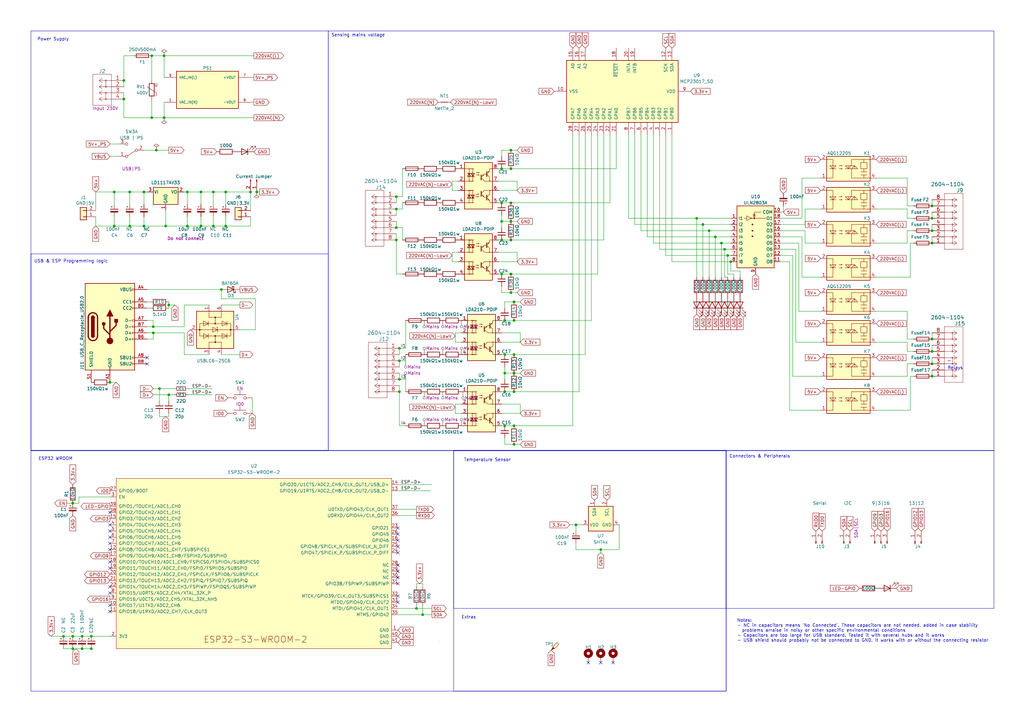
<source format=kicad_sch>
(kicad_sch (version 20230121) (generator eeschema)
  (paper "A3")
  (title_block (title "Home Assistant module for lights control") (date "2023-02-01") (rev "20230201.22"))
  (junction (at 210.82 153.035))
  (junction (at 207.01 174.625))
  (junction (at 209.55 83.185))
  (junction (at 29.845 206.375))
  (junction (at 210.82 182.245))
  (junction (at 207.01 153.035))
  (junction (at 162.56 93.345))
  (junction (at 173.355 252.095))
  (junction (at 205.74 112.395))
  (junction (at 209.55 112.395))
  (junction (at 46.863 78.74))
  (junction (at 69.215 161.925))
  (junction (at 162.56 85.725))
  (junction (at 162.56 98.425))
  (junction (at 76.835 92.71))
  (junction (at 210.82 160.655))
  (junction (at 53.213 92.71))
  (junction (at 297.18 102.235))
  (junction (at 210.82 174.625))
  (junction (at 209.55 61.595))
  (junction (at 33.655 260.985))
  (junction (at 382.27 84.455))
  (junction (at 163.83 142.875))
  (junction (at 45.085 156.845))
  (junction (at 67.945 92.71))
  (junction (at 382.27 149.225))
  (junction (at 210.82 145.415))
  (junction (at 285.75 89.535))
  (junction (at 209.55 120.015))
  (junction (at 298.45 104.775))
  (junction (at 163.83 147.955))
  (junction (at 62.23 48.26))
  (junction (at 209.55 98.425))
  (junction (at 246.38 225.425))
  (junction (at 163.83 155.575))
  (junction (at 76.835 78.74))
  (junction (at 205.74 83.185))
  (junction (at 33.655 266.065))
  (junction (at 53.213 78.74))
  (junction (at 87.503 78.74))
  (junction (at 382.27 144.145))
  (junction (at 382.27 99.695))
  (junction (at 382.27 139.065))
  (junction (at 290.83 94.615))
  (junction (at 26.035 260.985))
  (junction (at 299.72 107.315))
  (junction (at 82.423 92.71))
  (junction (at 162.56 80.645))
  (junction (at 87.503 92.71))
  (junction (at 67.31 48.26))
  (junction (at 205.74 90.805))
  (junction (at 288.29 92.075))
  (junction (at 64.135 61.595))
  (junction (at 29.845 266.065))
  (junction (at 205.74 69.215))
  (junction (at 50.8 40.64))
  (junction (at 295.91 99.695))
  (junction (at 67.31 22.86))
  (junction (at 382.27 89.535))
  (junction (at 62.865 136.525))
  (junction (at 293.37 97.155))
  (junction (at 69.215 125.095))
  (junction (at 210.82 123.825))
  (junction (at 46.863 92.71))
  (junction (at 29.845 260.985))
  (junction (at 102.743 78.74))
  (junction (at 92.583 78.74))
  (junction (at 37.465 260.985))
  (junction (at 236.22 215.265))
  (junction (at 209.55 69.215))
  (junction (at 207.01 160.655))
  (junction (at 59.055 78.74))
  (junction (at 37.465 266.065))
  (junction (at 50.8 33.02))
  (junction (at 59.055 92.71))
  (junction (at 82.423 78.74))
  (junction (at 382.27 94.615))
  (junction (at 62.23 22.86))
  (junction (at 163.83 160.655))
  (junction (at 105.283 78.74))
  (junction (at 62.865 133.985))
  (junction (at 209.55 90.805))
  (junction (at 210.82 131.445))
  (junction (at 207.01 131.445))
  (junction (at 207.01 145.415))
  (junction (at 65.405 159.385))
  (junction (at 92.583 92.71))
  (junction (at 382.27 154.305))
  (junction (at 170.815 249.555))
  (junction (at 90.805 118.745))
  (junction (at 205.74 98.425))
  (no_connect (at 163.195 234.315))
  (no_connect (at 251.46 271.78))
  (no_connect (at 163.195 236.855))
  (no_connect (at 45.085 217.805))
  (no_connect (at 163.195 221.615))
  (no_connect (at 60.325 149.225))
  (no_connect (at 60.325 146.685))
  (no_connect (at 45.085 225.425))
  (no_connect (at 45.085 222.885))
  (no_connect (at 163.195 231.775))
  (no_connect (at 246.38 271.78))
  (no_connect (at 45.085 243.205))
  (no_connect (at 45.085 250.825))
  (no_connect (at 163.195 247.015))
  (no_connect (at 163.195 226.695))
  (no_connect (at 163.195 244.475))
  (no_connect (at 163.195 239.395))
  (no_connect (at 163.195 219.075))
  (no_connect (at 163.195 216.535))
  (no_connect (at 163.195 224.155))
  (no_connect (at 45.085 210.185))
  (no_connect (at 45.085 233.045))
  (no_connect (at 45.085 230.505))
  (no_connect (at 45.085 240.665))
  (no_connect (at 45.085 215.265))
  (no_connect (at 45.085 220.345))
  (no_connect (at 241.3 271.78))
  (no_connect (at 45.085 248.285))
  (wire (pts (xy 372.11 127.635) (xy 359.41 127.635)))
  (wire (pts (xy 236.22 215.265) (xy 238.76 215.265)))
  (wire (pts (xy 233.68 215.265) (xy 236.22 215.265)))
  (wire (pts (xy 328.93 113.665) (xy 336.55 113.665)))
  (wire (pts (xy 254 215.265) (xy 254 225.425)))
  (wire (pts (xy 374.65 84.455) (xy 372.11 84.455)))
  (wire (pts (xy 209.55 69.215) (xy 205.74 69.215)))
  (wire (pts (xy 210.82 160.655) (xy 207.01 160.655)))
  (wire (pts (xy 82.423 88.9) (xy 82.423 92.71)))
  (wire (pts (xy 288.29 113.665) (xy 288.29 92.075)))
  (wire (pts (xy 60.325 139.065) (xy 62.865 139.065)))
  (wire (pts (xy 265.43 97.155) (xy 293.37 97.155)))
  (wire (pts (xy 257.81 89.535) (xy 285.75 89.535)))
  (wire (pts (xy 372.11 73.025) (xy 359.41 73.025)))
  (wire (pts (xy 39.243 78.74) (xy 39.243 86.36)))
  (wire (pts (xy 62.23 22.86) (xy 67.31 22.86)))
  (wire (pts (xy 75.565 125.095) (xy 85.725 125.095)))
  (wire (pts (xy 82.423 78.74) (xy 87.503 78.74)))
  (wire (pts (xy 65.405 159.385) (xy 71.755 159.385)))
  (wire (pts (xy 327.66 127.635) (xy 336.55 127.635)))
  (wire (pts (xy 207.01 145.415) (xy 205.74 145.415)))
  (wire (pts (xy 166.37 155.575) (xy 163.83 155.575)))
  (wire (pts (xy 273.05 104.775) (xy 298.45 104.775)))
  (wire (pts (xy 62.865 133.985) (xy 62.865 131.445)))
  (wire (pts (xy 163.195 201.295) (xy 176.53 201.295)))
  (wire (pts (xy 325.12 154.305) (xy 325.12 104.775)))
  (wire (pts (xy 297.18 102.235) (xy 299.72 102.235)))
  (wire (pts (xy 275.59 107.315) (xy 299.72 107.315)))
  (wire (pts (xy 62.865 131.445) (xy 60.325 131.445)))
  (wire (pts (xy 373.38 154.305) (xy 373.38 168.275)))
  (wire (pts (xy 62.23 33.02) (xy 62.23 22.86)))
  (wire (pts (xy 210.82 182.245) (xy 207.01 182.245)))
  (wire (pts (xy 45.085 156.845) (xy 47.625 156.845)))
  (wire (pts (xy 372.11 99.695) (xy 372.11 94.615)))
  (wire (pts (xy 298.45 104.775) (xy 299.72 104.775)))
  (wire (pts (xy 320.04 94.615) (xy 330.2 94.615)))
  (wire (pts (xy 166.37 145.415) (xy 166.37 147.955)))
  (wire (pts (xy 165.1 85.725) (xy 162.56 85.725)))
  (wire (pts (xy 76.835 78.74) (xy 82.423 78.74)))
  (wire (pts (xy 374.65 139.065) (xy 372.11 139.065)))
  (wire (pts (xy 373.38 113.665) (xy 359.41 113.665)))
  (wire (pts (xy 372.11 144.145) (xy 372.11 140.335)))
  (wire (pts (xy 53.213 92.71) (xy 59.055 92.71)))
  (wire (pts (xy 205.74 120.015) (xy 205.74 117.475)))
  (wire (pts (xy 327.66 99.695) (xy 327.66 127.635)))
  (wire (pts (xy 240.03 145.415) (xy 210.82 145.415)))
  (wire (pts (xy 288.29 92.075) (xy 299.72 92.075)))
  (wire (pts (xy 212.09 78.105) (xy 204.47 78.105)))
  (wire (pts (xy 39.243 92.71) (xy 46.863 92.71)))
  (wire (pts (xy 53.213 78.74) (xy 53.213 83.82)))
  (wire (pts (xy 177.165 249.555) (xy 170.815 249.555)))
  (wire (pts (xy 64.135 61.595) (xy 69.215 61.595)))
  (wire (pts (xy 162.56 98.425) (xy 162.56 95.885)))
  (wire (pts (xy 236.22 225.425) (xy 246.38 225.425)))
  (wire (pts (xy 320.04 92.075) (xy 330.2 92.075)))
  (wire (pts (xy 237.49 160.655) (xy 210.82 160.655)))
  (wire (pts (xy 62.23 40.64) (xy 62.23 48.26)))
  (wire (pts (xy 210.82 153.035) (xy 207.01 153.035)))
  (wire (pts (xy 207.01 123.825) (xy 210.82 123.825)))
  (wire (pts (xy 207.01 155.575) (xy 207.01 153.035)))
  (wire (pts (xy 205.74 69.215) (xy 204.47 69.215)))
  (wire (pts (xy 273.05 55.245) (xy 273.05 104.775)))
  (wire (pts (xy 374.65 89.535) (xy 372.11 89.535)))
  (wire (pts (xy 205.74 93.345) (xy 205.74 90.805)))
  (wire (pts (xy 209.55 112.395) (xy 205.74 112.395)))
  (wire (pts (xy 163.83 160.655) (xy 163.83 174.625)))
  (wire (pts (xy 245.11 55.245) (xy 245.11 112.395)))
  (wire (pts (xy 50.8 38.1) (xy 50.8 40.64)))
  (wire (pts (xy 372.11 94.615) (xy 374.65 94.615)))
  (wire (pts (xy 299.72 107.315) (xy 299.72 111.125)))
  (wire (pts (xy 295.91 99.695) (xy 295.91 113.665)))
  (wire (pts (xy 252.73 55.245) (xy 252.73 69.215)))
  (wire (pts (xy 205.74 64.135) (xy 205.74 61.595)))
  (wire (pts (xy 213.36 123.825) (xy 210.82 123.825)))
  (wire (pts (xy 382.27 154.305) (xy 382.27 151.765)))
  (wire (pts (xy 257.81 55.245) (xy 257.81 89.535)))
  (wire (pts (xy 65.405 159.385) (xy 65.405 164.465)))
  (wire (pts (xy 212.09 120.015) (xy 209.55 120.015)))
  (wire (pts (xy 234.95 55.245) (xy 234.95 174.625)))
  (wire (pts (xy 275.59 55.245) (xy 275.59 107.315)))
  (wire (pts (xy 27.305 206.375) (xy 29.845 206.375)))
  (wire (pts (xy 321.31 86.995) (xy 320.04 86.995)))
  (wire (pts (xy 212.09 103.505) (xy 204.47 103.505)))
  (wire (pts (xy 87.503 78.74) (xy 87.503 83.82)))
  (wire (pts (xy 297.18 113.665) (xy 297.18 102.235)))
  (wire (pts (xy 382.27 139.065) (xy 382.27 136.525)))
  (wire (pts (xy 39.243 88.9) (xy 39.243 92.71)))
  (wire (pts (xy 237.49 55.245) (xy 237.49 160.655)))
  (wire (pts (xy 246.38 225.425) (xy 246.38 226.695)))
  (wire (pts (xy 212.09 78.105) (xy 212.09 74.295)))
  (wire (pts (xy 46.863 92.71) (xy 53.213 92.71)))
  (wire (pts (xy 75.565 136.525) (xy 75.565 145.415)))
  (wire (pts (xy 162.56 83.185) (xy 162.56 80.645)))
  (wire (pts (xy 254 225.425) (xy 246.38 225.425)))
  (wire (pts (xy 37.465 260.985) (xy 45.085 260.985)))
  (wire (pts (xy 298.45 113.665) (xy 297.18 113.665)))
  (wire (pts (xy 165.1 80.645) (xy 162.56 80.645)))
  (wire (pts (xy 213.36 169.545) (xy 205.74 169.545)))
  (wire (pts (xy 234.95 174.625) (xy 210.82 174.625)))
  (wire (pts (xy 236.22 222.885) (xy 236.22 225.425)))
  (wire (pts (xy 330.2 85.725) (xy 330.2 92.075)))
  (wire (pts (xy 374.65 144.145) (xy 372.11 144.145)))
  (wire (pts (xy 92.583 78.74) (xy 92.583 83.82)))
  (wire (pts (xy 245.11 112.395) (xy 209.55 112.395)))
  (wire (pts (xy 359.41 154.305) (xy 372.11 154.305)))
  (wire (pts (xy 165.1 83.185) (xy 165.1 85.725)))
  (wire (pts (xy 212.09 107.315) (xy 212.09 103.505)))
  (wire (pts (xy 359.41 99.695) (xy 372.11 99.695)))
  (wire (pts (xy 105.283 78.74) (xy 106.553 78.74)))
  (wire (pts (xy 242.57 131.445) (xy 210.82 131.445)))
  (wire (pts (xy 103.505 163.195) (xy 103.505 169.545)))
  (wire (pts (xy 69.215 169.545) (xy 69.215 170.815)))
  (wire (pts (xy 323.85 107.315) (xy 323.85 168.275)))
  (wire (pts (xy 92.583 92.71) (xy 102.743 92.71)))
  (polyline (pts (xy 389.89 147.955) (xy 388.62 147.955)))
  (wire (pts (xy 162.56 88.265) (xy 162.56 85.725)))
  (wire (pts (xy 162.56 93.345) (xy 162.56 90.805)))
  (wire (pts (xy 65.405 170.815) (xy 69.215 170.815)))
  (wire (pts (xy 67.31 22.86) (xy 67.31 31.75)))
  (wire (pts (xy 50.8 40.64) (xy 50.8 48.26)))
  (wire (pts (xy 33.655 266.065) (xy 37.465 266.065)))
  (wire (pts (xy 177.165 252.095) (xy 173.355 252.095)))
  (wire (pts (xy 374.65 154.305) (xy 373.38 154.305)))
  (wire (pts (xy 69.215 123.825) (xy 69.215 125.095)))
  (wire (pts (xy 372.11 140.335) (xy 359.41 140.335)))
  (wire (pts (xy 270.51 102.235) (xy 297.18 102.235)))
  (wire (pts (xy 29.845 260.985) (xy 33.655 260.985)))
  (wire (pts (xy 328.93 89.535) (xy 320.04 89.535)))
  (wire (pts (xy 207.01 182.245) (xy 207.01 179.705)))
  (wire (pts (xy 166.37 160.655) (xy 166.37 155.575)))
  (wire (pts (xy 20.955 260.985) (xy 26.035 260.985)))
  (wire (pts (xy 320.04 99.695) (xy 327.66 99.695)))
  (wire (pts (xy 185.42 74.295) (xy 187.96 74.295)))
  (wire (pts (xy 186.69 165.735) (xy 189.23 165.735)))
  (wire (pts (xy 69.215 125.095) (xy 69.215 126.365)))
  (wire (pts (xy 212.09 74.295) (xy 204.47 74.295)))
  (wire (pts (xy 250.19 55.245) (xy 250.19 83.185)))
  (wire (pts (xy 260.35 92.075) (xy 288.29 92.075)))
  (wire (pts (xy 59.055 61.595) (xy 64.135 61.595)))
  (wire (pts (xy 59.055 78.74) (xy 60.325 78.74)))
  (wire (pts (xy 102.743 88.9) (xy 102.743 92.71)))
  (wire (pts (xy 92.583 88.9) (xy 92.583 92.71)))
  (wire (pts (xy 26.035 260.985) (xy 29.845 260.985)))
  (wire (pts (xy 210.82 174.625) (xy 207.01 174.625)))
  (wire (pts (xy 205.74 83.185) (xy 204.47 83.185)))
  (wire (pts (xy 372.11 85.725) (xy 359.41 85.725)))
  (wire (pts (xy 299.72 111.125) (xy 303.53 111.125)))
  (wire (pts (xy 61.595 123.825) (xy 60.325 123.825)))
  (wire (pts (xy 170.815 249.555) (xy 163.195 249.555)))
  (wire (pts (xy 53.213 78.74) (xy 59.055 78.74)))
  (wire (pts (xy 213.36 182.245) (xy 210.82 182.245)))
  (wire (pts (xy 187.96 78.105) (xy 185.42 78.105)))
  (wire (pts (xy 372.11 139.065) (xy 372.11 127.635)))
  (wire (pts (xy 85.725 145.415) (xy 75.565 145.415)))
  (wire (pts (xy 185.42 103.505) (xy 187.96 103.505)))
  (wire (pts (xy 163.83 174.625) (xy 166.37 174.625)))
  (wire (pts (xy 374.65 99.695) (xy 373.38 99.695)))
  (wire (pts (xy 186.69 140.335) (xy 186.69 136.525)))
  (wire (pts (xy 69.215 125.095) (xy 71.755 125.095)))
  (wire (pts (xy 382.27 89.535) (xy 382.27 86.995)))
  (wire (pts (xy 382.27 99.695) (xy 382.27 97.155)))
  (wire (pts (xy 59.055 88.9) (xy 59.055 92.71)))
  (wire (pts (xy 163.83 150.495) (xy 163.83 147.955)))
  (wire (pts (xy 162.56 98.425) (xy 162.56 112.395)))
  (wire (pts (xy 247.65 55.245) (xy 247.65 98.425)))
  (wire (pts (xy 207.01 126.365) (xy 207.01 123.825)))
  (wire (pts (xy 67.945 92.71) (xy 76.835 92.71)))
  (wire (pts (xy 46.863 78.74) (xy 53.213 78.74)))
  (wire (pts (xy 98.425 145.415) (xy 90.805 145.415)))
  (wire (pts (xy 213.36 140.335) (xy 213.36 136.525)))
  (wire (pts (xy 46.863 78.74) (xy 46.863 83.82)))
  (wire (pts (xy 102.87 31.75) (xy 104.14 31.75)))
  (wire (pts (xy 76.835 88.9) (xy 76.835 92.71)))
  (wire (pts (xy 102.743 86.36) (xy 102.743 78.74)))
  (wire (pts (xy 69.215 161.925) (xy 71.755 161.925)))
  (wire (pts (xy 163.195 198.755) (xy 177.165 198.755)))
  (wire (pts (xy 186.69 136.525) (xy 189.23 136.525)))
  (wire (pts (xy 50.8 33.02) (xy 50.8 22.86)))
  (wire (pts (xy 295.91 99.695) (xy 299.72 99.695)))
  (wire (pts (xy 207.01 153.035) (xy 207.01 150.495)))
  (wire (pts (xy 212.09 107.315) (xy 204.47 107.315)))
  (wire (pts (xy 186.69 169.545) (xy 186.69 165.735)))
  (wire (pts (xy 382.27 144.145) (xy 382.27 141.605)))
  (wire (pts (xy 45.085 64.135) (xy 48.895 64.135)))
  (wire (pts (xy 213.36 165.735) (xy 205.74 165.735)))
  (wire (pts (xy 213.36 153.035) (xy 210.82 153.035)))
  (wire (pts (xy 293.37 113.665) (xy 293.37 97.155)))
  (wire (pts (xy 67.31 22.86) (xy 104.14 22.86)))
  (wire (pts (xy 59.055 78.74) (xy 59.055 83.82)))
  (wire (pts (xy 323.85 168.275) (xy 336.55 168.275)))
  (wire (pts (xy 163.83 155.575) (xy 163.83 153.035)))
  (wire (pts (xy 87.503 92.71) (xy 92.583 92.71)))
  (wire (pts (xy 86.995 159.385) (xy 76.835 159.385)))
  (wire (pts (xy 303.53 111.125) (xy 303.53 113.665)))
  (wire (pts (xy 163.83 145.415) (xy 163.83 142.875)))
  (wire (pts (xy 39.243 78.74) (xy 46.863 78.74)))
  (wire (pts (xy 321.31 86.995) (xy 321.31 84.455)))
  (wire (pts (xy 60.325 136.525) (xy 62.865 136.525)))
  (wire (pts (xy 209.55 90.805) (xy 205.74 90.805)))
  (wire (pts (xy 326.39 140.335) (xy 336.55 140.335)))
  (wire (pts (xy 53.213 88.9) (xy 53.213 92.71)))
  (wire (pts (xy 270.51 55.245) (xy 270.51 102.235)))
  (wire (pts (xy 59.055 92.71) (xy 67.945 92.71)))
  (wire (pts (xy 236.22 215.265) (xy 236.22 217.805)))
  (wire (pts (xy 82.423 92.71) (xy 87.503 92.71)))
  (wire (pts (xy 336.55 73.025) (xy 328.93 73.025)))
  (wire (pts (xy 33.655 260.985) (xy 37.465 260.985)))
  (wire (pts (xy 262.89 55.245) (xy 262.89 94.615)))
  (wire (pts (xy 320.04 97.155) (xy 328.93 97.155)))
  (wire (pts (xy 166.37 131.445) (xy 166.37 142.875)))
  (wire (pts (xy 285.75 89.535) (xy 285.75 113.665)))
  (wire (pts (xy 330.2 94.615) (xy 330.2 99.695)))
  (wire (pts (xy 187.96 107.315) (xy 185.42 107.315)))
  (wire (pts (xy 372.11 84.455) (xy 372.11 73.025)))
  (wire (pts (xy 247.65 98.425) (xy 209.55 98.425)))
  (wire (pts (xy 90.805 122.555) (xy 90.805 118.745)))
  (wire (pts (xy 240.03 55.245) (xy 240.03 145.415)))
  (wire (pts (xy 173.355 252.095) (xy 163.195 252.095)))
  (wire (pts (xy 213.36 140.335) (xy 205.74 140.335)))
  (wire (pts (xy 62.865 161.925) (xy 69.215 161.925)))
  (wire (pts (xy 212.09 90.805) (xy 209.55 90.805)))
  (wire (pts (xy 325.12 154.305) (xy 336.55 154.305)))
  (wire (pts (xy 207.01 131.445) (xy 205.74 131.445)))
  (wire (pts (xy 300.99 112.395) (xy 298.45 112.395)))
  (wire (pts (xy 32.385 203.835) (xy 45.085 203.835)))
  (wire (pts (xy 267.97 99.695) (xy 295.91 99.695)))
  (polyline (pts (xy 180.086 263.144) (xy 180.086 263.144)))
  (wire (pts (xy 290.83 94.615) (xy 290.83 113.665)))
  (wire (pts (xy 92.583 78.74) (xy 102.743 78.74)))
  (wire (pts (xy 212.09 61.595) (xy 209.55 61.595)))
  (wire (pts (xy 75.565 125.095) (xy 75.565 133.985)))
  (wire (pts (xy 173.355 239.395) (xy 170.815 239.395)))
  (wire (pts (xy 372.11 154.305) (xy 372.11 149.225)))
  (wire (pts (xy 170.815 208.915) (xy 163.195 208.915)))
  (wire (pts (xy 166.37 147.955) (xy 163.83 147.955)))
  (wire (pts (xy 98.425 135.255) (xy 104.775 135.255)))
  (wire (pts (xy 76.835 92.71) (xy 82.423 92.71)))
  (wire (pts (xy 173.355 240.665) (xy 173.355 239.395)))
  (wire (pts (xy 267.97 55.245) (xy 267.97 99.695)))
  (wire (pts (xy 87.503 88.9) (xy 87.503 92.71)))
  (wire (pts (xy 32.385 203.835) (xy 32.385 206.375)))
  (wire (pts (xy 207.01 174.625) (xy 205.74 174.625)))
  (wire (pts (xy 76.835 78.74) (xy 76.835 83.82)))
  (wire (pts (xy 320.04 107.315) (xy 323.85 107.315)))
  (wire (pts (xy 45.085 59.055) (xy 48.895 59.055)))
  (wire (pts (xy 163.83 160.655) (xy 163.83 158.115)))
  (wire (pts (xy 165.1 93.345) (xy 162.56 93.345)))
  (wire (pts (xy 293.37 97.155) (xy 299.72 97.155)))
  (wire (pts (xy 250.19 83.185) (xy 209.55 83.185)))
  (wire (pts (xy 373.38 99.695) (xy 373.38 113.665)))
  (wire (pts (xy 50.8 48.26) (xy 62.23 48.26)))
  (wire (pts (xy 67.31 48.26) (xy 104.14 48.26)))
  (wire (pts (xy 242.57 55.245) (xy 242.57 131.445)))
  (wire (pts (xy 372.11 89.535) (xy 372.11 85.725)))
  (wire (pts (xy 86.995 161.925) (xy 76.835 161.925)))
  (wire (pts (xy 262.89 94.615) (xy 290.83 94.615)))
  (wire (pts (xy 260.35 55.245) (xy 260.35 92.075)))
  (wire (pts (xy 298.45 112.395) (xy 298.45 104.775)))
  (wire (pts (xy 67.945 86.36) (xy 67.945 92.71)))
  (wire (pts (xy 382.27 84.455) (xy 382.27 81.915)))
  (wire (pts (xy 50.8 22.86) (xy 54.61 22.86)))
  (wire (pts (xy 209.55 83.185) (xy 205.74 83.185)))
  (wire (pts (xy 372.11 149.225) (xy 374.65 149.225)))
  (wire (pts (xy 102.87 41.91) (xy 104.14 41.91)))
  (wire (pts (xy 165.1 69.215) (xy 165.1 80.645)))
  (wire (pts (xy 60.325 133.985) (xy 62.865 133.985)))
  (wire (pts (xy 29.845 266.065) (xy 33.655 266.065)))
  (wire (pts (xy 37.465 266.065) (xy 37.719 266.065)))
  (wire (pts (xy 326.39 102.235) (xy 326.39 140.335)))
  (wire (pts (xy 330.2 85.725) (xy 336.55 85.725)))
  (wire (pts (xy 75.565 136.525) (xy 62.865 136.525)))
  (wire (pts (xy 60.325 118.745) (xy 90.805 118.745)))
  (wire (pts (xy 210.82 145.415) (xy 207.01 145.415)))
  (wire (pts (xy 166.37 142.875) (xy 163.83 142.875)))
  (wire (pts (xy 67.31 48.26) (xy 67.31 41.91)))
  (wire (pts (xy 98.425 125.095) (xy 90.805 125.095)))
  (wire (pts (xy 185.42 78.105) (xy 185.42 74.295)))
  (wire (pts (xy 213.36 136.525) (xy 205.74 136.525)))
  (wire (pts (xy 382.27 149.225) (xy 382.27 146.685)))
  (wire (pts (xy 185.42 107.315) (xy 185.42 103.505)))
  (wire (pts (xy 173.355 248.285) (xy 173.355 252.095)))
  (wire (pts (xy 320.04 102.235) (xy 326.39 102.235)))
  (wire (pts (xy 189.23 169.545) (xy 186.69 169.545)))
  (wire (pts (xy 82.423 78.74) (xy 82.423 83.82)))
  (wire (pts (xy 170.815 239.395) (xy 170.815 240.665)))
  (wire (pts (xy 213.36 169.545) (xy 213.36 165.735)))
  (wire (pts (xy 170.815 248.285) (xy 170.815 249.555)))
  (wire (pts (xy 50.8 33.02) (xy 50.8 35.56)))
  (wire (pts (xy 210.82 131.445) (xy 207.01 131.445)))
  (wire (pts (xy 69.215 161.925) (xy 69.215 164.465)))
  (wire (pts (xy 75.565 133.985) (xy 62.865 133.985)))
  (wire (pts (xy 87.503 78.74) (xy 92.583 78.74)))
  (wire (pts (xy 162.56 112.395) (xy 165.1 112.395)))
  (wire (pts (xy 205.74 90.805) (xy 205.74 88.265)))
  (wire (pts (xy 46.863 88.9) (xy 46.863 92.71)))
  (wire (pts (xy 61.595 126.365) (xy 60.325 126.365)))
  (wire (pts (xy 62.865 139.065) (xy 62.865 136.525)))
  (wire (pts (xy 209.55 120.015) (xy 205.74 120.015)))
  (wire (pts (xy 32.385 206.375) (xy 29.845 206.375)))
  (wire (pts (xy 165.1 98.425) (xy 165.1 93.345)))
  (wire (pts (xy 207.01 160.655) (xy 205.74 160.655)))
  (wire (pts (xy 299.72 89.535) (xy 285.75 89.535)))
  (wire (pts (xy 170.815 211.455) (xy 163.195 211.455)))
  (wire (pts (xy 373.38 168.275) (xy 359.41 168.275)))
  (polyline (pts (xy 434.975 84.455) (xy 705.485 84.455)))
  (wire (pts (xy 62.865 159.385) (xy 65.405 159.385)))
  (wire (pts (xy 265.43 55.245) (xy 265.43 97.155)))
  (wire (pts (xy 205.74 98.425) (xy 204.47 98.425)))
  (wire (pts (xy 336.55 99.695) (xy 330.2 99.695)))
  (wire (pts (xy 62.23 48.26) (xy 67.31 48.26)))
  (wire (pts (xy 209.55 98.425) (xy 205.74 98.425)))
  (wire (pts (xy 252.73 69.215) (xy 209.55 69.215)))
  (wire (pts (xy 382.27 94.615) (xy 382.27 92.075)))
  (wire (pts (xy 205.74 61.595) (xy 209.55 61.595)))
  (wire (pts (xy 205.74 112.395) (xy 204.47 112.395)))
  (wire (pts (xy 189.23 140.335) (xy 186.69 140.335)))
  (wire (pts (xy 328.93 73.025) (xy 328.93 89.535)))
  (wire (pts (xy 104.775 135.255) (xy 104.775 122.555)))
  (wire (pts (xy 65.405 169.545) (xy 65.405 170.815)))
  (wire (pts (xy 104.775 122.555) (xy 90.805 122.555)))
  (wire (pts (xy 325.12 104.775) (xy 320.04 104.775)))
  (wire (pts (xy 328.93 97.155) (xy 328.93 113.665)))
  (wire (pts (xy 299.72 94.615) (xy 290.83 94.615)))
  (wire (pts (xy 26.035 266.065) (xy 29.845 266.065)))
  (wire (pts (xy 300.99 113.665) (xy 300.99 112.395)))
  (wire (pts (xy 76.835 78.74) (xy 75.565 78.74)))
  (rectangle (start 12.7 104.14) (end 134.62 184.785))
  (rectangle (start 12.7 12.7) (end 134.62 184.785))
  (rectangle (start 186.055 184.785) (end 297.815 283.464))
  (rectangle (start 186.055 184.785) (end 297.815 249.555))
  (rectangle (start 134.62 12.7) (end 407.67 184.785))
  (rectangle (start 12.7 184.785) (end 297.815 283.464))
  (rectangle (start 297.815 184.785) (end 407.67 249.555))
  (text "USB & ESP Programming logic" (at 13.97 107.95 0) (effects (font (size 1.27 1.27)) (justify left bottom)))
  (text "Relays" (at 388.62 151.765 0) (effects (font (size 1.27 1.27)) (justify left bottom)))
  (text "Temperature Sensor" (at 190.246 189.484 0) (effects (font (size 1.27 1.27)) (justify left bottom)))
  (text "Power Supply" (at 15.24 16.891 0) (effects (font (size 1.27 1.27)) (justify left bottom)))
  (text "Extras" (at 189.23 254 0) (effects (font (size 1.27 1.27)) (justify left bottom)))
  (text "Connectors & Peripherals" (at 299.085 187.96 0) (effects (font (size 1.27 1.27)) (justify left bottom)))
  (text "ESP32 WROOM\n" (at 15.748 188.976 0) (effects (font (size 1.27 1.27)) (justify left bottom)))
  (text "Notes:\n- NC in capacitors means 'No Connected'. These capacitors are not needed, added in case stability \n  problems arraise in noisy or other specific environmental conditions\n- Capacitors are too large for USB standard. Tested it with several hubs and it works\n- USB shield should probably not be connected to GND. It works with or without the connecting resistor" (at 302.26 263.525 0) (effects (font (size 1.27 1.27)) (justify left bottom)))
  (text "Sensing mains voltage" (at 135.89 15.24 0) (effects (font (size 1.27 1.27)) (justify left bottom)))
  (label "I4" (at 164.465 174.625 0))
  (label "I3" (at 164.465 155.575 0))
  (label "ESP-D+" (at 164.465 198.755 0))
  (label "ESP-D-" (at 164.465 201.295 0))
  (label "I1" (at 164.465 142.875 0))
  (label "ESP-D-" (at 86.995 159.385 180))
  (label "I2" (at 164.465 147.955 0))
  (label "ESP-D+" (at 86.995 161.925 180))
  (global_label "GND" (shape input) (at 234.95 19.685 90) (property "Intersheetrefs" "${INTERSHEET_REFS}" (effects hide)))
  (global_label "3.3V+" (shape input) (at 29.845 198.755 90) (property "Intersheetrefs" "${INTERSHEET_REFS}" (effects hide)))
  (global_label "GND" (shape input) (at 67.945 170.815 270) (property "Intersheetrefs" "${INTERSHEET_REFS}" (effects hide)))
  (global_label "GPIO9" (shape input) (at 358.775 217.805 90) (property "Intersheetrefs" "${INTERSHEET_REFS}" (effects hide)))
  (global_label "GND" (shape input) (at 288.29 128.905 270) (property "Intersheetrefs" "${INTERSHEET_REFS}" (effects hide)))
  (global_label "GND" (shape input) (at 163.195 258.445 0) (property "Intersheetrefs" "${INTERSHEET_REFS}" (effects hide)))
  (global_label "GND" (shape input) (at 213.36 123.825 0) (property "Intersheetrefs" "${INTERSHEET_REFS}" (effects hide)))
  (global_label "GND" (shape input) (at 212.09 120.015 0) (property "Intersheetrefs" "${INTERSHEET_REFS}" (effects hide)))
  (global_label "220VAC(L)" (shape output) (at 104.14 22.86 0) (property "Intersheetrefs" "${INTERSHEET_REFS}" (effects hide)))
  (global_label "VBUS" (shape input) (at 45.085 64.135 180) (property "Intersheetrefs" "${INTERSHEET_REFS}" (effects hide)))
  (global_label "EN" (shape output) (at 27.305 206.375 180) (property "Intersheetrefs" "${INTERSHEET_REFS}" (effects hide)))
  (global_label "5V+" (shape input) (at 336.55 78.105 180) (property "Intersheetrefs" "${INTERSHEET_REFS}" (effects hide)))
  (global_label "GND" (shape input) (at 227.33 37.465 180) (property "Intersheetrefs" "${INTERSHEET_REFS}" (effects hide)))
  (global_label "220VAC(L)" (shape input) (at 359.41 106.045 0) (property "Intersheetrefs" "${INTERSHEET_REFS}" (effects hide)))
  (global_label "5V+" (shape input) (at 336.55 106.045 180) (property "Intersheetrefs" "${INTERSHEET_REFS}" (effects hide)))
  (global_label "SDA" (shape input) (at 346.075 217.805 90) (property "Intersheetrefs" "${INTERSHEET_REFS}" (effects hide)))
  (global_label "RXD0" (shape output) (at 170.815 211.455 0) (property "Intersheetrefs" "${INTERSHEET_REFS}" (effects hide)))
  (global_label "GND" (shape input) (at 29.845 211.455 270) (property "Intersheetrefs" "${INTERSHEET_REFS}" (effects hide)))
  (global_label "RXD0" (shape input) (at 334.645 217.805 90) (property "Intersheetrefs" "${INTERSHEET_REFS}" (effects hide)))
  (global_label "5V+_PS" (shape output) (at 104.14 31.75 0) (property "Intersheetrefs" "${INTERSHEET_REFS}" (effects hide)))
  (global_label "GND" (shape input) (at 246.38 226.695 270) (property "Intersheetrefs" "${INTERSHEET_REFS}" (effects hide)))
  (global_label "220VAC(N)-LowV" (shape input) (at 186.69 137.795 180) (property "Intersheetrefs" "${INTERSHEET_REFS}" (effects hide)))
  (global_label "220VAC(N)-LowV" (shape input) (at 184.785 41.91 0) (property "Intersheetrefs" "${INTERSHEET_REFS}" (effects hide)))
  (global_label "TXD0" (shape input) (at 337.185 217.805 90) (property "Intersheetrefs" "${INTERSHEET_REFS}" (effects hide)))
  (global_label "GND" (shape input) (at 226.06 266.7 270) (property "Intersheetrefs" "${INTERSHEET_REFS}" (effects hide)))
  (global_label "GND" (shape input) (at 290.83 128.905 270) (property "Intersheetrefs" "${INTERSHEET_REFS}" (effects hide)))
  (global_label "SDA" (shape input) (at 243.84 205.105 90) (property "Intersheetrefs" "${INTERSHEET_REFS}" (effects hide)))
  (global_label "GND" (shape input) (at 47.625 156.845 270) (property "Intersheetrefs" "${INTERSHEET_REFS}" (effects hide)))
  (global_label "GND" (shape input) (at 298.45 128.905 270) (property "Intersheetrefs" "${INTERSHEET_REFS}" (effects hide)))
  (global_label "SDA" (shape output) (at 177.165 252.095 0) (property "Intersheetrefs" "${INTERSHEET_REFS}" (effects hide)))
  (global_label "220VAC(N)-LowV" (shape input) (at 185.42 75.565 180) (property "Intersheetrefs" "${INTERSHEET_REFS}" (effects hide)))
  (global_label "D+" (shape output) (at 98.425 145.415 0) (property "Intersheetrefs" "${INTERSHEET_REFS}" (effects hide)))
  (global_label "220VAC(N)" (shape input) (at 179.705 41.91 180) (property "Intersheetrefs" "${INTERSHEET_REFS}" (effects hide)))
  (global_label "GND" (shape input) (at 103.505 169.545 270) (property "Intersheetrefs" "${INTERSHEET_REFS}" (effects hide)))
  (global_label "IO0" (shape output) (at 45.085 201.295 180) (property "Intersheetrefs" "${INTERSHEET_REFS}" (effects hide)))
  (global_label "GND" (shape input) (at 285.75 128.905 270) (property "Intersheetrefs" "${INTERSHEET_REFS}" (effects hide)))
  (global_label "SCL" (shape input) (at 273.05 19.685 90) (property "Intersheetrefs" "${INTERSHEET_REFS}" (effects hide)))
  (global_label "3.3V+" (shape input) (at 233.68 215.265 180) (property "Intersheetrefs" "${INTERSHEET_REFS}" (effects hide)))
  (global_label "GND" (shape input) (at 367.665 241.3 0) (property "Intersheetrefs" "${INTERSHEET_REFS}" (effects hide)))
  (global_label "LED-GPIO" (shape input) (at 352.425 241.3 180) (property "Intersheetrefs" "${INTERSHEET_REFS}" (effects hide)))
  (global_label "5V+" (shape input) (at 336.55 120.015 180) (property "Intersheetrefs" "${INTERSHEET_REFS}" (effects hide)))
  (global_label "220VAC(L)" (shape input) (at 359.41 120.015 0) (property "Intersheetrefs" "${INTERSHEET_REFS}" (effects hide)))
  (global_label "5V+" (shape input) (at 39.243 78.74 90) (property "Intersheetrefs" "${INTERSHEET_REFS}" (effects hide)))
  (global_label "220VAC(L)" (shape input) (at 359.41 78.105 0) (property "Intersheetrefs" "${INTERSHEET_REFS}" (effects hide)))
  (global_label "GND" (shape input) (at 71.755 125.095 270) (property "Intersheetrefs" "${INTERSHEET_REFS}" (effects hide)))
  (global_label "D-" (shape input) (at 62.865 159.385 180) (property "Intersheetrefs" "${INTERSHEET_REFS}" (effects hide)))
  (global_label "GND" (shape output) (at 104.14 41.91 0) (property "Intersheetrefs" "${INTERSHEET_REFS}" (effects hide)))
  (global_label "GND" (shape input) (at 39.243 92.71 270) (property "Intersheetrefs" "${INTERSHEET_REFS}" (effects hide)))
  (global_label "3.3V+" (shape input) (at 283.21 37.465 0) (property "Intersheetrefs" "${INTERSHEET_REFS}" (effects hide)))
  (global_label "5V+" (shape input) (at 88.9 62.23 180) (property "Intersheetrefs" "${INTERSHEET_REFS}" (effects hide)))
  (global_label "5V+" (shape input) (at 321.31 86.995 0) (property "Intersheetrefs" "${INTERSHEET_REFS}" (effects hide)))
  (global_label "220VAC(L)" (shape input) (at 359.41 132.715 0) (property "Intersheetrefs" "${INTERSHEET_REFS}" (effects hide)))
  (global_label "5V+" (shape input) (at 336.55 92.075 180) (property "Intersheetrefs" "${INTERSHEET_REFS}" (effects hide)))
  (global_label "3.3V+" (shape input) (at 213.36 169.545 0) (property "Intersheetrefs" "${INTERSHEET_REFS}" (effects hide)))
  (global_label "SCL" (shape input) (at 348.615 217.805 90) (property "Intersheetrefs" "${INTERSHEET_REFS}" (effects hide)))
  (global_label "VBUS" (shape output) (at 98.425 118.745 0) (property "Intersheetrefs" "${INTERSHEET_REFS}" (effects hide)))
  (global_label "GND" (shape input) (at 213.36 153.035 0) (property "Intersheetrefs" "${INTERSHEET_REFS}" (effects hide)))
  (global_label "GND" (shape input) (at 163.195 260.985 0) (property "Intersheetrefs" "${INTERSHEET_REFS}" (effects hide)))
  (global_label "GND" (shape input) (at 163.195 263.525 0) (property "Intersheetrefs" "${INTERSHEET_REFS}" (effects hide)))
  (global_label "GPIO13" (shape input) (at 377.825 217.805 90) (property "Intersheetrefs" "${INTERSHEET_REFS}" (effects hide)))
  (global_label "GND" (shape input) (at 31.115 266.065 270) (property "Intersheetrefs" "${INTERSHEET_REFS}" (effects hide)))
  (global_label "GND" (shape input) (at 237.49 19.685 90) (property "Intersheetrefs" "${INTERSHEET_REFS}" (effects hide)))
  (global_label "5V+" (shape input) (at 336.55 160.655 180) (property "Intersheetrefs" "${INTERSHEET_REFS}" (effects hide)))
  (global_label "GND" (shape input) (at 303.53 128.905 270) (property "Intersheetrefs" "${INTERSHEET_REFS}" (effects hide)))
  (global_label "GND" (shape input) (at 293.37 128.905 270) (property "Intersheetrefs" "${INTERSHEET_REFS}" (effects hide)))
  (global_label "IO0" (shape input) (at 93.345 169.545 180) (property "Intersheetrefs" "${INTERSHEET_REFS}" (effects hide)))
  (global_label "GND" (shape input) (at 309.88 112.395 270) (property "Intersheetrefs" "${INTERSHEET_REFS}" (effects hide)))
  (global_label "5V+" (shape input) (at 336.55 132.715 180) (property "Intersheetrefs" "${INTERSHEET_REFS}" (effects hide)))
  (global_label "GND" (shape input) (at 240.03 19.685 90) (property "Intersheetrefs" "${INTERSHEET_REFS}" (effects hide)))
  (global_label "3.3V+" (shape output) (at 106.553 78.74 0) (property "Intersheetrefs" "${INTERSHEET_REFS}" (effects hide)))
  (global_label "5V+_PS" (shape input) (at 45.085 59.055 180) (property "Intersheetrefs" "${INTERSHEET_REFS}" (effects hide)))
  (global_label "3.3V+" (shape input) (at 172.085 239.395 90) (property "Intersheetrefs" "${INTERSHEET_REFS}" (effects hide)))
  (global_label "3.3V+" (shape input) (at 20.955 260.985 90) (property "Intersheetrefs" "${INTERSHEET_REFS}" (effects hide)))
  (global_label "GPIO12" (shape input) (at 375.285 217.805 90) (property "Intersheetrefs" "${INTERSHEET_REFS}" (effects hide)))
  (global_label "3.3V+" (shape input) (at 213.36 140.335 0) (property "Intersheetrefs" "${INTERSHEET_REFS}" (effects hide)))
  (global_label "220VAC(L)" (shape input) (at 359.41 65.405 0) (property "Intersheetrefs" "${INTERSHEET_REFS}" (effects hide)))
  (global_label "GPIO12" (shape bidirectional) (at 45.085 235.585 180) (property "Intersheetrefs" "${INTERSHEET_REFS}" (effects hide)))
  (global_label "GPIO9" (shape output) (at 45.085 227.965 180) (property "Intersheetrefs" "${INTERSHEET_REFS}" (effects hide)))
  (global_label "GND" (shape input) (at 104.14 62.23 0) (property "Intersheetrefs" "${INTERSHEET_REFS}" (effects hide)))
  (global_label "GPIO16" (shape output) (at 45.085 245.745 180) (property "Intersheetrefs" "${INTERSHEET_REFS}" (effects hide)))
  (global_label "220VAC(N)-LowV" (shape input) (at 185.42 104.775 180) (property "Intersheetrefs" "${INTERSHEET_REFS}" (effects hide)))
  (global_label "EN" (shape input) (at 93.345 163.195 180) (property "Intersheetrefs" "${INTERSHEET_REFS}" (effects hide)))
  (global_label "5V+" (shape input) (at 336.55 65.405 180) (property "Intersheetrefs" "${INTERSHEET_REFS}" (effects hide)))
  (global_label "GND" (shape input) (at 212.09 90.805 0) (property "Intersheetrefs" "${INTERSHEET_REFS}" (effects hide)))
  (global_label "GPIO3" (shape input) (at 361.315 217.805 90) (property "Intersheetrefs" "${INTERSHEET_REFS}" (effects hide)))
  (global_label "3.3V+" (shape input) (at 212.09 107.315 0) (property "Intersheetrefs" "${INTERSHEET_REFS}" (effects hide)))
  (global_label "220VAC(L)" (shape input) (at 359.41 160.655 0) (property "Intersheetrefs" "${INTERSHEET_REFS}" (effects hide)))
  (global_label "GND" (shape input) (at 212.09 61.595 0) (property "Intersheetrefs" "${INTERSHEET_REFS}" (effects hide)))
  (global_label "5V+" (shape output) (at 69.215 61.595 0) (property "Intersheetrefs" "${INTERSHEET_REFS}" (effects hide)))
  (global_label "GND" (shape input) (at 213.36 182.245 0) (property "Intersheetrefs" "${INTERSHEET_REFS}" (effects hide)))
  (global_label "D+" (shape input) (at 62.865 161.925 180) (property "Intersheetrefs" "${INTERSHEET_REFS}" (effects hide)))
  (global_label "TXD0" (shape output) (at 170.815 208.915 0) (property "Intersheetrefs" "${INTERSHEET_REFS}" (effects hide)))
  (global_label "220VAC(N)" (shape output) (at 104.14 48.26 0) (property "Intersheetrefs" "${INTERSHEET_REFS}" (effects hide)))
  (global_label "GND" (shape input) (at 78.105 135.255 270) (property "Intersheetrefs" "${INTERSHEET_REFS}" (effects hide)))
  (global_label "D-" (shape output) (at 98.425 125.095 0) (property "Intersheetrefs" "${INTERSHEET_REFS}" (effects hide)))
  (global_label "LED-GPIO" (shape output) (at 45.085 207.645 180) (property "Intersheetrefs" "${INTERSHEET_REFS}" (effects hide)))
  (global_label "GND" (shape input) (at 295.91 128.905 270) (property "Intersheetrefs" "${INTERSHEET_REFS}" (effects hide)))
  (global_label "3.3V+" (shape input) (at 212.09 78.105 0) (property "Intersheetrefs" "${INTERSHEET_REFS}" (effects hide)))
  (global_label "SCL" (shape output) (at 177.165 249.555 0) (property "Intersheetrefs" "${INTERSHEET_REFS}" (effects hide)))
  (global_label "220VAC(N)-LowV" (shape input) (at 186.69 167.005 180) (property "Intersheetrefs" "${INTERSHEET_REFS}" (effects hide)))
  (global_label "220VAC(L)" (shape input) (at 359.41 92.075 0) (property "Intersheetrefs" "${INTERSHEET_REFS}" (effects hide)))
  (global_label "GND" (shape input) (at 300.99 128.905 270) (property "Intersheetrefs" "${INTERSHEET_REFS}" (effects hide)))
  (global_label "220VAC(L)" (shape input) (at 359.41 146.685 0) (property "Intersheetrefs" "${INTERSHEET_REFS}" (effects hide)))
  (global_label "GND" (shape input) (at 321.31 79.375 90) (property "Intersheetrefs" "${INTERSHEET_REFS}" (effects hide)))
  (global_label "SCL" (shape input) (at 248.92 205.105 90) (property "Intersheetrefs" "${INTERSHEET_REFS}" (effects hide)))
  (global_label "GPIO13" (shape bidirectional) (at 45.085 238.125 180) (property "Intersheetrefs" "${INTERSHEET_REFS}" (effects hide)))
  (global_label "5V+" (shape input) (at 336.55 146.685 180) (property "Intersheetrefs" "${INTERSHEET_REFS}" (effects hide)))
  (global_label "GPIO16" (shape input) (at 363.855 217.805 90) (property "Intersheetrefs" "${INTERSHEET_REFS}" (effects hide)))
  (global_label "SDA" (shape input) (at 275.59 19.685 90) (property "Intersheetrefs" "${INTERSHEET_REFS}" (effects hide)))
  (global_label "GPIO3" (shape output) (at 45.085 212.725 180) (property "Intersheetrefs" "${INTERSHEET_REFS}" (effects hide)))
  (netclass_flag "" (length 2.54) (shape round) (at 189.23 131.445 180) (property "Netclass" "Mains" (at 189.8396 133.985 0) (effects (font italic) (justify left))))
  (netclass_flag "" (length 2.54) (shape round) (at 173.99 174.625 0) (property "Netclass" "Mains" (at 174.5996 172.085 0) (effects (font italic) (justify left))))
  (netclass_flag "" (length 2.54) (shape round) (at 189.23 174.625 0) (property "Netclass" "Mains" (at 189.8396 172.085 0) (effects (font italic) (justify left))))
  (netclass_flag "" (length 2.54) (shape round) (at 181.61 145.415 0) (property "Netclass" "Mains" (at 182.2196 142.875 0) (effects (font italic) (justify left))))
  (netclass_flag "" (length 2.54) (shape round) (at 173.99 145.415 0) (property "Netclass" "Mains" (at 174.5996 142.875 0) (effects (font italic) (justify left))))
  (netclass_flag "" (length 2.54) (shape round) (at 166.37 147.955 180) (property "Netclass" "Mains" (at 166.9796 150.495 0) (effects (font italic) (justify left))))
  (netclass_flag "" (length 2.54) (shape round) (at 181.61 174.625 0) (property "Netclass" "Mains" (at 182.2196 172.085 0) (effects (font italic) (justify left))))
  (netclass_flag "" (length 2.54) (shape round) (at 173.99 131.445 180) (property "Netclass" "Mains" (at 174.5996 133.985 0) (effects (font italic) (justify left))))
  (netclass_flag "" (length 2.54) (shape round) (at 181.61 131.445 180) (property "Netclass" "Mains" (at 182.2196 133.985 0) (effects (font italic) (justify left))))
  (netclass_flag "" (length 2.54) (shape round) (at 189.865 160.655 180) (property "Netclass" "Mains" (at 190.4746 163.195 0) (effects (font italic) (justify left))))
  (netclass_flag "" (length 2.54) (shape round) (at 166.37 155.575 0) (property "Netclass" "Mains" (at 166.9796 153.035 0) (effects (font italic) (justify left))))
  (netclass_flag "" (length 2.54) (shape round) (at 181.61 160.655 180) (property "Netclass" "Mains" (at 182.2196 163.195 0) (effects (font italic) (justify left))))
  (netclass_flag "" (length 2.54) (shape round) (at 173.99 160.655 180) (property "Netclass" "Mains" (at 174.5996 163.195 0) (effects (font italic) (justify left))))
  (netclass_flag "" (length 2.54) (shape round) (at 189.23 145.415 0) (property "Netclass" "Mains" (at 189.8396 142.875 0) (effects (font italic) (justify left))))
  (symbol (lib_id "Device:R") (at 185.42 160.655 90) (unit 1)
    (property "Reference" "R16" (effects hide))
    (property "Value" "150kΩ1w" (at 185.42 158.115 90))
    (property "Footprint" "Resistor_SMD:R_2512_6332Metric_Pad1.40x3.35mm_HandSolder" (effects hide))
    (property "JLCPCB" "C25719" (effects hide))
    (property "LCSC" "C25719" (effects hide))
  )
  (symbol (lib_id "Device:R") (at 185.42 174.625 90) (unit 1)
    (property "Reference" "R15" (effects hide))
    (property "Value" "150kΩ1w" (at 185.42 177.165 90))
    (property "Footprint" "Resistor_SMD:R_2512_6332Metric_Pad1.40x3.35mm_HandSolder" (effects hide))
    (property "JLCPCB" "C25719" (effects hide))
    (property "LCSC" "C25719" (effects hide))
  )
  (symbol (lib_id "Device:Fuse") (at 58.42 22.86 90) (unit 1)
    (property "Reference" "F1" (at 58.42 25.4 90))
    (property "Value" "250V500mA" (at 58.42 20.32 90))
    (property "Footprint" "Fuse:Fuseholder_TR5_Littelfuse_No560_No460" (effects hide))
  )
  (symbol (lib_id "Device:Varistor") (at 62.23 36.83 180) (unit 1)
    (property "Reference" "RV1" (at 55.88 35.56 0) (effects (justify right)))
    (property "Value" "400V" (at 55.88 38.1 0) (effects (justify right)))
    (property "Footprint" "Varistor:RV_Disc_D12mm_W4.2mm_P7.5mm" (effects hide))
  )
  (symbol (lib_id "Regulator_Linear:LD1117S33TR_SOT223") (at 67.945 78.74 0) (unit 1)
    (property "Reference" "U1" (effects hide))
    (property "Value" "LD1117AV33" (at 67.945 74.9046 0))
    (property "Footprint" "Package_TO_SOT_THT:TO-220-3_Vertical" (effects hide))
    (property "Datasheet" "http://www.st.com/st-web-ui/static/active/en/resource/technical/document/datasheet/CD00000544.pdf" (effects hide))
  )
  (symbol (lib_id "Connector_Generic:Conn_01x02") (at 34.163 88.9 180) (unit 1)
    (property "Reference" "J1" (at 34.163 81.026 0))
    (property "Value" "GND|5V" (at 34.925 83.312 0))
    (property "Footprint" "Connector_JST:JST_XH_B2B-XH-A_1x02_P2.50mm_Vertical" (effects hide))
  )
  (symbol (lib_id "RAC05-05SK_277:RAC05-05SK{slash}277") (at 85.09 36.83 0) (unit 1)
    (property "Reference" "PS1" (at 85.09 27.94 0))
    (property "Value" "RAC05-05SK/277" (effects hide))
    (property "Footprint" "rac05-05sk:277" (effects hide))
    (property "STANDARD" "Manufacturer Recommendations" (effects hide))
    (property "MAXIMUM_PACKAGE_HEIGHT" "21.8mm" (effects hide))
    (property "MANUFACTURER" "RECOM" (effects hide))
    (property "PARTREV" "N/A" (effects hide))
  )
  (symbol (lib_id "Device:C_Polarized_Small") (at 76.835 86.36 0) (unit 1)
    (property "Reference" "C8" (at 74.295 96.52 0) (effects (justify left)))
    (property "Value" "10uF" (at 73.025 93.98 0) (effects (justify left)))
    (property "Footprint" "Capacitor_THT:CP_Radial_D6.3mm_P2.50mm" (effects hide))
    (property "Field4" "Do not connect" (at 76.073 97.79 0))
  )
  (symbol (lib_id "Connector_Generic:Conn_01x02") (at 97.663 88.9 180) (unit 1)
    (property "Reference" "J6" (at 97.663 80.772 0))
    (property "Value" "GND|3.3V" (at 97.663 83.312 0))
    (property "Footprint" "Connector_JST:JST_XH_B2B-XH-A_1x02_P2.50mm_Vertical" (effects hide))
  )
  (symbol (lib_id "Connector:Conn_01x02_Male") (at 105.283 73.66 270) (unit 1)
    (property "Reference" "J7" (effects hide))
    (property "Value" "Current Jumper" (at 111.633 72.39 90) (effects (justify right)))
    (property "Footprint" "Connector_PinHeader_2.54mm:PinHeader_1x02_P2.54mm_Vertical" (effects hide))
  )
  (symbol (lib_id "Device:R") (at 177.8 160.655 90) (unit 1)
    (property "Reference" "R20" (effects hide))
    (property "Value" "150kΩ1w" (at 176.53 158.115 90))
    (property "Footprint" "Resistor_SMD:R_2512_6332Metric_Pad1.40x3.35mm_HandSolder" (effects hide))
    (property "JLCPCB" "C25719" (effects hide))
    (property "LCSC" "C25719" (effects hide))
  )
  (symbol (lib_id "Device:R") (at 177.8 174.625 90) (unit 1)
    (property "Reference" "R19" (effects hide))
    (property "Value" "150kΩ1w" (at 176.53 177.165 90))
    (property "Footprint" "Resistor_SMD:R_2512_6332Metric_Pad1.40x3.35mm_HandSolder" (effects hide))
    (property "JLCPCB" "C25719" (effects hide))
    (property "LCSC" "C25719" (effects hide))
  )
  (symbol (lib_id "Device:C_Polarized_Small") (at 59.055 86.36 0) (unit 1)
    (property "Reference" "C7" (at 57.785 96.52 0) (effects (justify left)))
    (property "Value" "NC" (at 61.595 93.98 0) (effects (justify right)))
    (property "Footprint" "Capacitor_SMD:C_0805_2012Metric_Pad1.18x1.45mm_HandSolder" (effects hide))
    (property "Datasheet" "https://www.distrelec.ch/en/ceramic-capacitor-100nf-50vdc-0805-rnd-components-rnd-1500805b104j500nt/p/30086635?q=smd+capacitor+&pos=5&origPos=990&origPageSize=50&track=true" (effects hide))
  )
  (symbol (lib_id "Device:C_Polarized_Small") (at 321.31 81.915 180) (unit 1)
    (property "Reference" "C14" (effects hide))
    (property "Value" "100nF" (at 323.85 80.645 0) (effects (justify right)))
    (property "Footprint" "Capacitor_SMD:C_0603_1608Metric_Pad1.08x0.95mm_HandSolder" (effects hide))
    (property "Datasheet" "https://www.distrelec.ch/en/ceramic-capacitor-100nf-50vdc-0805-rnd-components-rnd-1500805b104j500nt/p/30086635?q=smd+capacitor+&pos=5&origPos=990&origPageSize=50&track=true" (effects hide))
    (property "JLCPCB" "C14663" (effects hide))
    (property "LCSC" "C14663" (effects hide))
  )
  (symbol (lib_id "wago-2604-1104:2604-1104") (at 153.67 150.495 180) (unit 1)
    (property "Reference" "J12" (at 157.48 139.065 0) (effects (font (size 1.524 1.524))))
    (property "Value" "2604-1104" (at 157.48 136.525 0) (effects (font (size 1.524 1.524))))
    (property "Footprint" "wago-2604-1104:big_pads_2604-1104" (effects hide))
  )
  (symbol (lib_name "2604-1104_1") (lib_id "wago-2604-1104:2604-1104") (at 392.43 92.075 0) (unit 1)
    (property "Reference" "J9" (at 393.7 78.105 0) (effects (font (size 1.524 1.524))))
    (property "Value" "2604-1104" (at 388.62 75.565 0) (effects (font (size 1.524 1.524))))
    (property "Footprint" "wago-2604-1104:big_pads_2604-1104" (effects hide))
  )
  (symbol (lib_id "power:PWR_FLAG") (at 67.31 48.26 180) (unit 1)
    (property "Reference" "#FLG02" (effects hide))
    (property "Value" "PWR_FLAG" (effects hide))
  )
  (symbol (lib_id "wago-2604-1102:2604-1102") (at 40.64 35.56 180) (unit 1)
    (property "Reference" "J2" (at 41.91 29.21 0) (effects (font (size 1.524 1.524))))
    (property "Value" "2604-1102" (effects hide))
    (property "Footprint" "wago-2604-1102:big_pads_2604-1102" (effects hide))
    (property "Text" "Input 230V" (at 43.18 44.45 0))
  )
  (symbol (lib_id "power:PWR_FLAG") (at 67.31 22.86 0) (unit 1)
    (property "Reference" "#FLG01" (effects hide))
    (property "Value" "PWR_FLAG" (effects hide))
  )
  (symbol (lib_id "power:PWR_FLAG") (at 105.283 78.74 180) (unit 1)
    (property "Reference" "#FLG04" (effects hide))
    (property "Value" "PWR_FLAG" (effects hide))
  )
  (symbol (lib_id "Device:R") (at 92.71 62.23 270) (unit 1)
    (property "Reference" "R2" (effects hide))
    (property "Value" "100Ω" (at 92.71 59.69 90))
    (property "Footprint" "Resistor_SMD:R_0805_2012Metric_Pad1.20x1.40mm_HandSolder" (effects hide))
    (property "Datasheet" "https://www.distrelec.ch/en/high-power-thick-film-smd-resistor-0805-150ohm-330mw-rnd-components-rnd-155hp05w3f1500t5e/p/30111774?q=*&pos=2&origPos=1787&origPageSize=50&track=true" (effects hide))
    (property "JLCPCB" "C17408" (effects hide))
    (property "LCSC" "C17408" (effects hide))
  )
  (symbol (lib_id "Device:C_Polarized_Small") (at 82.423 86.36 0) (unit 1)
    (property "Reference" "C9" (at 81.153 96.52 0) (effects (justify left)))
    (property "Value" "100nF" (at 84.963 93.98 0) (effects (justify right)))
    (property "Footprint" "Capacitor_SMD:C_0603_1608Metric_Pad1.08x0.95mm_HandSolder" (effects hide))
    (property "Datasheet" "https://www.distrelec.ch/en/ceramic-capacitor-100nf-50vdc-0805-rnd-components-rnd-1500805b104j500nt/p/30086635?q=smd+capacitor+&pos=5&origPos=990&origPageSize=50&track=true" (effects hide))
    (property "JLCPCB" "C14663" (effects hide))
    (property "LCSC" "C14663" (effects hide))
  )
  (symbol (lib_id "Device:LED") (at 100.33 62.23 180) (unit 1)
    (property "Reference" "D1" (effects hide))
    (property "Value" "LED" (effects hide))
    (property "Footprint" "LED_SMD:LED_0805_2012Metric_Pad1.15x1.40mm_HandSolder" (effects hide))
    (property "Datasheet" "https://www.distrelec.ch/en/smd-led-green-575nm-20ma-2v-140-everlight-electronics-17-21sygc-s530-e1-tr8/p/17531205?q=*&pos=9&origPos=371&origPageSize=50&track=true" (effects hide))
    (property "JLCPCB" "C2297" (effects hide))
    (property "LCSC" "C2297" (effects hide))
  )
  (symbol (lib_id "Mechanical:MountingHole_Pad") (at 241.3 269.24 0) (unit 1)
    (property "Reference" "H1" (at 240.03 265.43 0) (effects (justify left)))
    (property "Value" "MountingHole_Pad" (effects hide))
    (property "Footprint" "MountingHole:MountingHole_3.2mm_M3_ISO14580_Pad" (effects hide))
  )
  (symbol (lib_id "Mechanical:MountingHole_Pad") (at 246.38 269.24 0) (unit 1)
    (property "Reference" "H2" (at 245.11 265.43 0) (effects (justify left)))
    (property "Value" "MountingHole_Pad" (effects hide))
    (property "Footprint" "MountingHole:MountingHole_3.2mm_M3_ISO14580_Pad" (effects hide))
  )
  (symbol (lib_id "Switch:SW_Push") (at 98.425 163.195 0) (unit 1)
    (property "Reference" "SW1" (at 98.425 156.845 0))
    (property "Value" "Switch" (effects hide))
    (property "Footprint" "Button_Switch_SMD:SW_SPST_SKQG_WithStem" (effects hide))
    (property "JLCPCB" "C318884" (effects hide))
    (property "Label" "EN" (at 98.425 159.385 0))
    (property "LCSC" "C318884" (effects hide))
  )
  (symbol (lib_id "Switch:SW_Push") (at 98.425 169.545 0) (unit 1)
    (property "Reference" "SW2" (at 98.425 172.085 0))
    (property "Value" "Switch" (effects hide))
    (property "Footprint" "Button_Switch_SMD:SW_SPST_SKQG_WithStem" (effects hide))
    (property "JLCPCB" "C318884" (effects hide))
    (property "Label" "IO0" (at 98.425 165.735 0))
    (property "LCSC" "C318884" (effects hide))
  )
  (symbol (lib_id "Device:R") (at 29.845 202.565 180) (unit 1)
    (property "Reference" "R1" (at 27.305 202.565 90))
    (property "Value" "10kΩ" (at 29.845 202.565 90))
    (property "Footprint" "Resistor_SMD:R_0603_1608Metric_Pad0.98x0.95mm_HandSolder" (effects hide))
    (property "Datasheet" "0603WAF1002T5E" (effects hide))
    (property "JLCPCB" "C25804" (effects hide))
    (property "LCSC" "C25804" (effects hide))
  )
  (symbol (lib_id "Device:C_Polarized_Small") (at 29.845 208.915 0) (unit 1)
    (property "Reference" "C1" (at 24.765 208.915 0) (effects (justify left)))
    (property "Value" "100nF" (at 22.225 211.455 0) (effects (justify left)))
    (property "Footprint" "Capacitor_SMD:C_0603_1608Metric_Pad1.08x0.95mm_HandSolder" (effects hide))
    (property "JLCPCB" "C14663" (effects hide))
    (property "LCSC" "C14663" (effects hide))
  )
  (symbol (lib_id "Device:C_Polarized_Small") (at 26.035 263.525 0) (unit 1)
    (property "Reference" "C2" (at 26.035 259.715 90) (effects (justify left)))
    (property "Value" "NC" (at 26.035 255.905 90) (effects (justify left)))
    (property "Footprint" "Capacitor_SMD:C_1206_3216Metric_Pad1.33x1.80mm_HandSolder" (effects hide))
    (property "Datasheet" "CL10A226MQ8NRNC" (effects hide))
  )
  (symbol (lib_id "Device:C_Polarized_Small") (at 33.655 263.525 0) (unit 1)
    (property "Reference" "C5" (at 33.655 259.715 90) (effects (justify left)))
    (property "Value" "100nF" (at 33.655 255.905 90) (effects (justify left)))
    (property "Footprint" "Capacitor_SMD:C_0603_1608Metric_Pad1.08x0.95mm_HandSolder" (effects hide))
    (property "JLCPCB" "C14663" (effects hide))
    (property "LCSC" "C14663" (effects hide))
  )
  (symbol (lib_id "LDA210-PDIP:LDA210-PDIP") (at 196.85 165.735 0) (unit 1)
    (property "Reference" "U5" (at 197.485 153.8732 0))
    (property "Value" "LDA210-PDIP" (at 197.485 156.1846 0))
    (property "Footprint" "Package_DIP:DIP-8_W7.62mm_Socket_LongPads" (effects hide))
    (property "Datasheet" "http://optoelectronics.liteon.com/upload/download/DS70-2001-006/S_110_LTV-355T%2020140520.pdf" (effects hide))
  )
  (symbol (lib_id "Device:R") (at 185.42 145.415 90) (unit 1)
    (property "Reference" "R17" (effects hide))
    (property "Value" "150kΩ1w" (at 185.42 147.955 90))
    (property "Footprint" "Resistor_SMD:R_2512_6332Metric_Pad1.40x3.35mm_HandSolder" (effects hide))
    (property "JLCPCB" "C25719" (effects hide))
    (property "LCSC" "C25719" (effects hide))
  )
  (symbol (lib_id "Device:R") (at 185.42 131.445 90) (unit 1)
    (property "Reference" "R18" (effects hide))
    (property "Value" "150kΩ1w" (at 185.42 128.905 90))
    (property "Footprint" "Resistor_SMD:R_2512_6332Metric_Pad1.40x3.35mm_HandSolder" (effects hide))
    (property "JLCPCB" "C25719" (effects hide))
    (property "LCSC" "C25719" (effects hide))
  )
  (symbol (lib_id "Device:R") (at 177.8 131.445 90) (unit 1)
    (property "Reference" "R22" (effects hide))
    (property "Value" "150kΩ1w" (at 176.53 128.905 90))
    (property "Footprint" "Resistor_SMD:R_2512_6332Metric_Pad1.40x3.35mm_HandSolder" (effects hide))
    (property "JLCPCB" "C25719" (effects hide))
    (property "LCSC" "C25719" (effects hide))
  )
  (symbol (lib_id "Device:R") (at 177.8 145.415 90) (unit 1)
    (property "Reference" "R21" (effects hide))
    (property "Value" "150kΩ1w" (at 176.53 147.955 90))
    (property "Footprint" "Resistor_SMD:R_2512_6332Metric_Pad1.40x3.35mm_HandSolder" (effects hide))
    (property "JLCPCB" "C25719" (effects hide))
    (property "LCSC" "C25719" (effects hide))
  )
  (symbol (lib_id "LDA210-PDIP:LDA210-PDIP") (at 196.85 136.525 0) (unit 1)
    (property "Reference" "U6" (at 197.485 124.6632 0))
    (property "Value" "LDA210-PDIP" (at 197.485 126.9746 0))
    (property "Footprint" "Package_DIP:DIP-8_W7.62mm_Socket_LongPads" (effects hide))
    (property "Datasheet" "http://optoelectronics.liteon.com/upload/download/DS70-2001-006/S_110_LTV-355T%2020140520.pdf" (effects hide))
  )
  (symbol (lib_id "Connector:Conn_01x02_Male") (at 334.645 222.885 90) (unit 1)
    (property "Reference" "J10" (at 334.645 224.155 90) (effects (justify right)))
    (property "Value" "Serial" (at 333.375 206.375 90) (effects (justify right)))
    (property "Footprint" "Connector_PinHeader_2.54mm:PinHeader_1x02_P2.54mm_Vertical" (effects hide))
    (property "Field4" "Rx | Tx" (effects hide))
  )
  (symbol (lib_id "Device:C_Polarized_Small") (at 236.22 220.345 0) (unit 1)
    (property "Reference" "C19" (at 232.41 222.885 0) (effects (justify right)))
    (property "Value" "100nF" (at 233.68 220.345 0) (effects (justify right)))
    (property "Footprint" "Capacitor_SMD:C_0603_1608Metric_Pad1.08x0.95mm_HandSolder" (effects hide))
    (property "JLCPCB" "C14663" (effects hide))
    (property "LCSC" "C14663" (effects hide))
  )
  (symbol (lib_id "Connector:Conn_01x03_Male") (at 361.315 222.885 90) (unit 1)
    (property "Reference" "J5" (at 361.315 224.155 90) (effects (justify right)))
    (property "Value" "9|3|16" (at 357.505 206.375 90) (effects (justify right)))
    (property "Footprint" "Connector_PinHeader_2.54mm:PinHeader_1x03_P2.54mm_Vertical" (effects hide))
    (property "PcbText" "9|16|3" (effects hide))
  )
  (symbol (lib_name "2604-1104_1") (lib_id "wago-2604-1104:2604-1104") (at 392.43 146.685 0) (unit 1)
    (property "Reference" "J15" (at 393.7 132.715 0) (effects (font (size 1.524 1.524))))
    (property "Value" "2604-1104" (at 388.62 130.175 0) (effects (font (size 1.524 1.524))))
    (property "Footprint" "wago-2604-1104:big_pads_2604-1104" (effects hide))
  )
  (symbol (lib_id "Device:R") (at 210.82 149.225 0) (unit 1)
    (property "Reference" "R13" (at 210.82 149.225 90))
    (property "Value" "10kΩ" (at 213.36 149.225 90))
    (property "Footprint" "Resistor_SMD:R_0603_1608Metric_Pad0.98x0.95mm_HandSolder" (effects hide))
    (property "Datasheet" "0603WAF1002T5E" (effects hide))
    (property "JLCPCB" "C25804" (effects hide))
    (property "LCSC" "C25804" (effects hide))
  )
  (symbol (lib_id "Device:C_Polarized_Small") (at 29.845 263.525 0) (unit 1)
    (property "Reference" "C3" (at 29.845 259.715 90) (effects (justify left)))
    (property "Value" "22uF" (at 29.845 255.905 90) (effects (justify left)))
    (property "Footprint" "Capacitor_SMD:C_0603_1608Metric_Pad1.08x0.95mm_HandSolder" (effects hide))
    (property "Datasheet" "CL10A226MQ8NRNC" (effects hide))
    (property "JLCPCB" "C59461" (effects hide))
    (property "LCSC" "C59461" (effects hide))
  )
  (symbol (lib_id "Device:C_Small") (at 207.01 147.955 0) (unit 1)
    (property "Reference" "C17" (at 205.74 144.145 0) (effects (justify left)))
    (property "Value" "22uF" (effects hide))
    (property "Footprint" "Capacitor_SMD:C_0603_1608Metric_Pad1.08x0.95mm_HandSolder" (effects hide))
    (property "JLCPCB" "C59461" (effects hide))
    (property "LCSC" "C59461" (effects hide))
  )
  (symbol (lib_id "Device:Fuse") (at 170.18 174.625 270) (unit 1)
    (property "Reference" "F6" (at 170.18 172.085 90))
    (property "Value" "Fuse" (effects hide))
    (property "Footprint" "RST-80-AMMO:FUSE_RST-1-BULK" (effects hide))
  )
  (symbol (lib_id "Device:R") (at 293.37 117.475 180) (unit 1)
    (property "Reference" "R42" (effects hide))
    (property "Value" "100Ω" (at 293.37 117.475 90))
    (property "Footprint" "Resistor_SMD:R_0603_1608Metric_Pad0.98x0.95mm_HandSolder" (effects hide))
    (property "Datasheet" "https://www.distrelec.ch/en/high-power-thick-film-smd-resistor-0805-150ohm-330mw-rnd-components-rnd-155hp05w3f1500t5e/p/30111774?q=*&pos=2&origPos=1787&origPageSize=50&track=true" (effects hide))
    (property "JLCPCB" "C22775" (effects hide))
    (property "LCSC" "C22775" (effects hide))
  )
  (symbol (lib_id "Device:R") (at 285.75 117.475 180) (unit 1)
    (property "Reference" "R39" (effects hide))
    (property "Value" "100Ω" (at 285.75 117.475 90))
    (property "Footprint" "Resistor_SMD:R_0603_1608Metric_Pad0.98x0.95mm_HandSolder" (effects hide))
    (property "Datasheet" "https://www.distrelec.ch/en/high-power-thick-film-smd-resistor-0805-150ohm-330mw-rnd-components-rnd-155hp05w3f1500t5e/p/30111774?q=*&pos=2&origPos=1787&origPageSize=50&track=true" (effects hide))
    (property "JLCPCB" "C22775" (effects hide))
    (property "LCSC" "C22775" (effects hide))
  )
  (symbol (lib_id "Device:LED") (at 288.29 125.095 90) (unit 1)
    (property "Reference" "D9" (effects hide))
    (property "Value" "LED" (effects hide))
    (property "Footprint" "LED_SMD:LED_0603_1608Metric" (effects hide))
    (property "Datasheet" "https://www.distrelec.ch/en/smd-led-green-575nm-20ma-2v-140-everlight-electronics-17-21sygc-s530-e1-tr8/p/17531205?q=*&pos=9&origPos=371&origPageSize=50&track=true" (effects hide))
    (property "JLCPCB" "C72041" (effects hide))
    (property "LCSC" "C72041" (effects hide))
  )
  (symbol (lib_id "Interface_Expansion:MCP23017_SO") (at 255.27 37.465 270) (unit 1)
    (property "Reference" "U9" (at 285.75 30.8862 90))
    (property "Value" "MCP23017_SO" (at 285.75 33.4262 90))
    (property "Footprint" "Package_SO:SOIC-28W_7.5x17.9mm_P1.27mm" (effects hide))
    (property "Datasheet" "http://ww1.microchip.com/downloads/en/DeviceDoc/20001952C.pdf" (effects hide))
  )
  (symbol (lib_id "Device:Fuse") (at 378.46 144.145 90) (unit 1)
    (property "Reference" "F15" (at 379.73 141.605 90))
    (property "Value" "Fuse" (at 375.92 141.605 90))
    (property "Footprint" "RST-80-AMMO:FUSE_RST-1-BULK" (effects hide))
  )
  (symbol (lib_id "Device:C_Polarized_Small") (at 46.863 86.36 0) (unit 1)
    (property "Reference" "C4" (at 45.593 96.52 0) (effects (justify left)))
    (property "Value" "100nF" (at 49.403 93.98 0) (effects (justify right)))
    (property "Footprint" "Capacitor_SMD:C_0603_1608Metric_Pad1.08x0.95mm_HandSolder" (effects hide))
    (property "Datasheet" "https://www.distrelec.ch/en/ceramic-capacitor-100nf-50vdc-0805-rnd-components-rnd-1500805b104j500nt/p/30086635?q=smd+capacitor+&pos=5&origPos=990&origPageSize=50&track=true" (effects hide))
    (property "JLCPCB" "C14663" (effects hide))
    (property "LCSC" "C14663" (effects hide))
  )
  (symbol (lib_id "Device:LED") (at 300.99 125.095 90) (unit 1)
    (property "Reference" "D5" (effects hide))
    (property "Value" "LED" (effects hide))
    (property "Footprint" "LED_SMD:LED_0603_1608Metric" (effects hide))
    (property "Datasheet" "https://www.distrelec.ch/en/smd-led-green-575nm-20ma-2v-140-everlight-electronics-17-21sygc-s530-e1-tr8/p/17531205?q=*&pos=9&origPos=371&origPageSize=50&track=true" (effects hide))
    (property "JLCPCB" "C72041" (effects hide))
    (property "LCSC" "C72041" (effects hide))
  )
  (symbol (lib_id "Device:R") (at 209.55 116.205 0) (unit 1)
    (property "Reference" "R38" (at 209.55 116.205 90))
    (property "Value" "10kΩ" (at 212.09 116.205 90))
    (property "Footprint" "Resistor_SMD:R_0603_1608Metric_Pad0.98x0.95mm_HandSolder" (effects hide))
    (property "Datasheet" "0603WAF1002T5E" (effects hide))
    (property "JLCPCB" "C25804" (effects hide))
    (property "LCSC" "C25804" (effects hide))
  )
  (symbol (lib_id "Device:R") (at 209.55 94.615 0) (unit 1)
    (property "Reference" "R37" (at 209.55 94.615 90))
    (property "Value" "10kΩ" (at 212.09 94.615 90))
    (property "Footprint" "Resistor_SMD:R_0603_1608Metric_Pad0.98x0.95mm_HandSolder" (effects hide))
    (property "Datasheet" "0603WAF1002T5E" (effects hide))
    (property "JLCPCB" "C25804" (effects hide))
    (property "LCSC" "C25804" (effects hide))
  )
  (symbol (lib_id "Device:R") (at 303.53 117.475 180) (unit 1)
    (property "Reference" "R23" (effects hide))
    (property "Value" "100Ω" (at 303.53 117.475 90))
    (property "Footprint" "Resistor_SMD:R_0603_1608Metric_Pad0.98x0.95mm_HandSolder" (effects hide))
    (property "Datasheet" "https://www.distrelec.ch/en/high-power-thick-film-smd-resistor-0805-150ohm-330mw-rnd-components-rnd-155hp05w3f1500t5e/p/30111774?q=*&pos=2&origPos=1787&origPageSize=50&track=true" (effects hide))
    (property "JLCPCB" "C22775" (effects hide))
    (property "LCSC" "C22775" (effects hide))
  )
  (symbol (lib_id "Device:R") (at 65.405 126.365 90) (unit 1)
    (property "Reference" "R9" (at 65.405 126.365 90))
    (property "Value" "5.1kΩ" (at 65.405 128.905 90))
    (property "Footprint" "Resistor_SMD:R_0603_1608Metric_Pad0.98x0.95mm_HandSolder" (effects hide))
    (property "JLCPCB" "C23186" (effects hide))
    (property "LCSC" "C23186" (effects hide))
  )
  (symbol (lib_id "Device:R") (at 176.53 112.395 90) (unit 1)
    (property "Reference" "R30" (effects hide))
    (property "Value" "150kΩ1w" (at 176.53 110.49 90))
    (property "Footprint" "Resistor_SMD:R_2512_6332Metric_Pad1.40x3.35mm_HandSolder" (effects hide))
    (property "JLCPCB" "C25719" (effects hide))
    (property "LCSC" "C25719" (effects hide))
  )
  (symbol (lib_id "Device:LED") (at 290.83 125.095 90) (unit 1)
    (property "Reference" "D10" (effects hide))
    (property "Value" "LED" (effects hide))
    (property "Footprint" "LED_SMD:LED_0603_1608Metric" (effects hide))
    (property "Datasheet" "https://www.distrelec.ch/en/smd-led-green-575nm-20ma-2v-140-everlight-electronics-17-21sygc-s530-e1-tr8/p/17531205?q=*&pos=9&origPos=371&origPageSize=50&track=true" (effects hide))
    (property "JLCPCB" "C72041" (effects hide))
    (property "LCSC" "C72041" (effects hide))
  )
  (symbol (lib_id "Device:Fuse") (at 378.46 149.225 90) (unit 1)
    (property "Reference" "F16" (at 379.73 146.685 90))
    (property "Value" "Fuse" (at 375.92 146.685 90))
    (property "Footprint" "RST-80-AMMO:FUSE_RST-1-BULK" (effects hide))
  )
  (symbol (lib_id "Device:Fuse") (at 378.46 99.695 90) (unit 1)
    (property "Reference" "F5" (at 379.73 97.155 90))
    (property "Value" "Fuse" (at 375.92 97.155 90))
    (property "Footprint" "RST-80-AMMO:FUSE_RST-1-BULK" (effects hide))
  )
  (symbol (lib_id "AQG12205:AQG12205") (at 347.98 136.525 0) (unit 1)
    (property "Reference" "K6" (at 355.6 130.175 0))
    (property "Value" "AQG12205" (effects hide))
    (property "Footprint" "AQG12205:AQG12205" (effects hide))
    (property "Datasheet" "https://www3.panasonic.biz/ac/e_download/control/relay/solid-state/catalog/semi_eng_aqg.pdf" (effects hide))
    (property "Description" "Solid State Relays - PCB Mount 1A 5V Random Non-Zero Cross" (effects hide))
    (property "Height" "13.5" (effects hide))
    (property "Manufacturer_Name" "Panasonic" (effects hide))
    (property "Manufacturer_Part_Number" "AQG12205" (effects hide))
    (property "Mouser Part Number" "769-AQG12205" (effects hide))
    (property "Mouser Price/Stock" "https://www.mouser.co.uk/ProductDetail/Panasonic-Industrial-Devices/AQG12205?qs=g5ciJ0jwZaFrZwmjjqozuQ%3D%3D" (effects hide))
  )
  (symbol (lib_id "Device:Fuse") (at 378.46 94.615 90) (unit 1)
    (property "Reference" "F4" (at 379.73 92.075 90))
    (property "Value" "Fuse" (at 375.92 92.075 90))
    (property "Footprint" "RST-80-AMMO:FUSE_RST-1-BULK" (effects hide))
  )
  (symbol (lib_id "wago-2604-1104:2604-1104") (at 152.4 88.265 180) (unit 1)
    (property "Reference" "J14" (at 156.21 76.835 0) (effects (font (size 1.524 1.524))))
    (property "Value" "2604-1104" (at 156.21 74.295 0) (effects (font (size 1.524 1.524))))
    (property "Footprint" "wago-2604-1104:big_pads_2604-1104" (effects hide))
  )
  (symbol (lib_id "power:PWR_FLAG") (at 64.135 61.595 0) (unit 1)
    (property "Reference" "#FLG03" (effects hide))
    (property "Value" "PWR_FLAG" (effects hide))
  )
  (symbol (lib_id "Device:C_Small") (at 65.405 167.005 0) (unit 1)
    (property "Reference" "C13" (at 59.055 168.275 0) (effects (justify left)))
    (property "Value" "20p" (at 59.055 170.815 0) (effects (justify left)))
    (property "Footprint" "Capacitor_SMD:C_0603_1608Metric" (effects hide))
    (property "LCSC" "C1648" (effects hide))
    (property "JLCPCB" "C1648" (effects hide))
  )
  (symbol (lib_id "Device:R") (at 290.83 117.475 180) (unit 1)
    (property "Reference" "R41" (effects hide))
    (property "Value" "100Ω" (at 290.83 117.475 90))
    (property "Footprint" "Resistor_SMD:R_0603_1608Metric_Pad0.98x0.95mm_HandSolder" (effects hide))
    (property "Datasheet" "https://www.distrelec.ch/en/high-power-thick-film-smd-resistor-0805-150ohm-330mw-rnd-components-rnd-155hp05w3f1500t5e/p/30111774?q=*&pos=2&origPos=1787&origPageSize=50&track=true" (effects hide))
    (property "JLCPCB" "C22775" (effects hide))
    (property "LCSC" "C22775" (effects hide))
  )
  (symbol (lib_id "LDA210-PDIP:LDA210-PDIP") (at 195.58 103.505 0) (unit 1)
    (property "Reference" "U8" (at 196.215 91.6432 0))
    (property "Value" "LDA210-PDIP" (at 196.215 93.9546 0))
    (property "Footprint" "Package_DIP:DIP-8_W7.62mm_Socket_LongPads" (effects hide))
    (property "Datasheet" "http://optoelectronics.liteon.com/upload/download/DS70-2001-006/S_110_LTV-355T%2020140520.pdf" (effects hide))
  )
  (symbol (lib_id "Device:R") (at 210.82 127.635 0) (unit 1)
    (property "Reference" "R14" (at 210.82 127.635 90))
    (property "Value" "10kΩ" (at 213.36 127.635 90))
    (property "Footprint" "Resistor_SMD:R_0603_1608Metric_Pad0.98x0.95mm_HandSolder" (effects hide))
    (property "Datasheet" "0603WAF1002T5E" (effects hide))
    (property "JLCPCB" "C25804" (effects hide))
    (property "LCSC" "C25804" (effects hide))
  )
  (symbol (lib_id "Device:R") (at 65.405 123.825 90) (unit 1)
    (property "Reference" "R10" (at 65.405 123.825 90))
    (property "Value" "5.1kΩ" (effects hide))
    (property "Footprint" "Resistor_SMD:R_0603_1608Metric_Pad0.98x0.95mm_HandSolder" (effects hide))
    (property "JLCPCB" "C23186" (effects hide))
    (property "LCSC" "C23186" (effects hide))
  )
  (symbol (lib_id "Device:Fuse") (at 168.91 98.425 270) (unit 1)
    (property "Reference" "F12" (at 168.91 100.965 90))
    (property "Value" "Fuse" (effects hide))
    (property "Footprint" "RST-80-AMMO:FUSE_RST-1-BULK" (effects hide))
  )
  (symbol (lib_id "Device:C_Small") (at 207.01 158.115 0) (unit 1)
    (property "Reference" "C16" (at 205.74 161.925 0) (effects (justify left)))
    (property "Value" "22uF" (effects hide))
    (property "Footprint" "Capacitor_SMD:C_0603_1608Metric_Pad1.08x0.95mm_HandSolder" (effects hide))
    (property "JLCPCB" "C59461" (effects hide))
    (property "LCSC" "C59461" (effects hide))
  )
  (symbol (lib_name "AQG12205_1") (lib_id "AQG12205:AQG12205") (at 347.98 109.855 0) (unit 1)
    (property "Reference" "K4" (at 355.6 103.505 0))
    (property "Value" "AQG12205" (effects hide))
    (property "Footprint" "AQG12205:AQG12205" (effects hide))
    (property "Datasheet" "https://www3.panasonic.biz/ac/e_download/control/relay/solid-state/catalog/semi_eng_aqg.pdf" (effects hide))
    (property "Description" "Solid State Relays - PCB Mount 1A 5V Random Non-Zero Cross" (effects hide))
    (property "Height" "13.5" (effects hide))
    (property "Manufacturer_Name" "Panasonic" (effects hide))
    (property "Manufacturer_Part_Number" "AQG12205" (effects hide))
    (property "Mouser Part Number" "769-AQG12205" (effects hide))
    (property "Mouser Price/Stock" "https://www.mouser.co.uk/ProductDetail/Panasonic-Industrial-Devices/AQG12205?qs=g5ciJ0jwZaFrZwmjjqozuQ%3D%3D" (effects hide))
  )
  (symbol (lib_id "Device:C_Small") (at 205.74 114.935 0) (unit 1)
    (property "Reference" "C24" (at 204.47 111.125 0) (effects (justify left)))
    (property "Value" "22uF" (effects hide))
    (property "Footprint" "Capacitor_SMD:C_0603_1608Metric_Pad1.08x0.95mm_HandSolder" (effects hide))
    (property "JLCPCB" "C59461" (effects hide))
    (property "LCSC" "C59461" (effects hide))
  )
  (symbol (lib_id "Device:LED") (at 295.91 125.095 90) (unit 1)
    (property "Reference" "D7" (effects hide))
    (property "Value" "LED" (effects hide))
    (property "Footprint" "LED_SMD:LED_0603_1608Metric" (effects hide))
    (property "Datasheet" "https://www.distrelec.ch/en/smd-led-green-575nm-20ma-2v-140-everlight-electronics-17-21sygc-s530-e1-tr8/p/17531205?q=*&pos=9&origPos=371&origPageSize=50&track=true" (effects hide))
    (property "JLCPCB" "C72041" (effects hide))
    (property "LCSC" "C72041" (effects hide))
  )
  (symbol (lib_id "Device:Fuse") (at 378.46 89.535 90) (unit 1)
    (property "Reference" "F3" (at 379.73 86.995 90))
    (property "Value" "Fuse" (at 375.92 86.995 90))
    (property "Footprint" "RST-80-AMMO:FUSE_RST-1-BULK" (effects hide))
  )
  (symbol (lib_id "Device:C_Polarized_Small") (at 37.465 263.525 0) (unit 1)
    (property "Reference" "C20" (at 37.465 259.715 90) (effects (justify left)))
    (property "Value" "NC" (at 37.465 255.905 90) (effects (justify left)))
    (property "Footprint" "Capacitor_SMD:C_0805_2012Metric_Pad1.18x1.45mm_HandSolder" (effects hide))
    (property "Datasheet" "CL10A226MQ8NRNC" (effects hide))
  )
  (symbol (lib_id "Device:C_Small") (at 207.01 177.165 0) (unit 1)
    (property "Reference" "C15" (at 205.74 173.355 0) (effects (justify left)))
    (property "Value" "22uF" (effects hide))
    (property "Footprint" "Capacitor_SMD:C_0603_1608Metric_Pad1.08x0.95mm_HandSolder" (effects hide))
    (property "JLCPCB" "C59461" (effects hide))
    (property "LCSC" "C59461" (effects hide))
  )
  (symbol (lib_id "Device:R") (at 170.815 244.475 0) (unit 1)
    (property "Reference" "R7" (at 168.275 244.475 90))
    (property "Value" "10kΩ" (at 170.815 244.475 90))
    (property "Footprint" "Resistor_SMD:R_0603_1608Metric_Pad0.98x0.95mm_HandSolder" (effects hide))
    (property "Datasheet" "0603WAF1002T5E" (effects hide))
    (property "JLCPCB" "C25804" (effects hide))
    (property "LCSC" "C25804" (effects hide))
  )
  (symbol (lib_id "Device:R_Small") (at 74.295 159.385 270) (unit 1)
    (property "Reference" "R4" (at 74.295 159.385 90))
    (property "Value" "22Ω" (at 74.295 156.845 90))
    (property "Footprint" "Resistor_SMD:R_0603_1608Metric" (effects hide))
    (property "LCSC" "C23345" (effects hide))
    (property "JLCPCB" "C23345" (effects hide))
  )
  (symbol (lib_id "Device:R") (at 184.15 112.395 90) (unit 1)
    (property "Reference" "R34" (effects hide))
    (property "Value" "150kΩ1w" (at 184.15 114.935 90))
    (property "Footprint" "Resistor_SMD:R_2512_6332Metric_Pad1.40x3.35mm_HandSolder" (effects hide))
    (property "JLCPCB" "C25719" (effects hide))
    (property "LCSC" "C25719" (effects hide))
  )
  (symbol (lib_id "AQG12205:AQG12205") (at 347.98 81.915 0) (unit 1)
    (property "Reference" "K2" (at 355.6 75.565 0))
    (property "Value" "AQG12205" (effects hide))
    (property "Footprint" "AQG12205:AQG12205" (effects hide))
    (property "Datasheet" "https://www3.panasonic.biz/ac/e_download/control/relay/solid-state/catalog/semi_eng_aqg.pdf" (effects hide))
    (property "Description" "Solid State Relays - PCB Mount 1A 5V Random Non-Zero Cross" (effects hide))
    (property "Height" "13.5" (effects hide))
    (property "Manufacturer_Name" "Panasonic" (effects hide))
    (property "Manufacturer_Part_Number" "AQG12205" (effects hide))
    (property "Mouser Part Number" "769-AQG12205" (effects hide))
    (property "Mouser Price/Stock" "https://www.mouser.co.uk/ProductDetail/Panasonic-Industrial-Devices/AQG12205?qs=g5ciJ0jwZaFrZwmjjqozuQ%3D%3D" (effects hide))
  )
  (symbol (lib_id "Device:R") (at 209.55 86.995 0) (unit 1)
    (property "Reference" "R36" (at 209.55 86.995 90))
    (property "Value" "10kΩ" (at 212.09 86.995 90))
    (property "Footprint" "Resistor_SMD:R_0603_1608Metric_Pad0.98x0.95mm_HandSolder" (effects hide))
    (property "Datasheet" "0603WAF1002T5E" (effects hide))
    (property "JLCPCB" "C25804" (effects hide))
    (property "LCSC" "C25804" (effects hide))
  )
  (symbol (lib_id "Device:C_Small") (at 205.74 66.675 180) (unit 1)
    (property "Reference" "C21" (at 208.28 70.485 0) (effects (justify left)))
    (property "Value" "22uF" (effects hide))
    (property "Footprint" "Capacitor_SMD:C_0603_1608Metric_Pad1.08x0.95mm_HandSolder" (effects hide))
    (property "JLCPCB" "C59461" (effects hide))
    (property "LCSC" "C59461" (effects hide))
  )
  (symbol (lib_id "Device:R") (at 288.29 117.475 180) (unit 1)
    (property "Reference" "R40" (effects hide))
    (property "Value" "100Ω" (at 288.29 117.475 90))
    (property "Footprint" "Resistor_SMD:R_0603_1608Metric_Pad0.98x0.95mm_HandSolder" (effects hide))
    (property "Datasheet" "https://www.distrelec.ch/en/high-power-thick-film-smd-resistor-0805-150ohm-330mw-rnd-components-rnd-155hp05w3f1500t5e/p/30111774?q=*&pos=2&origPos=1787&origPageSize=50&track=true" (effects hide))
    (property "JLCPCB" "C22775" (effects hide))
    (property "LCSC" "C22775" (effects hide))
  )
  (symbol (lib_id "Device:R") (at 176.53 69.215 90) (unit 1)
    (property "Reference" "R27" (effects hide))
    (property "Value" "150kΩ1w" (at 176.53 71.755 90))
    (property "Footprint" "Resistor_SMD:R_2512_6332Metric_Pad1.40x3.35mm_HandSolder" (effects hide))
    (property "JLCPCB" "C25719" (effects hide))
    (property "LCSC" "C25719" (effects hide))
  )
  (symbol (lib_id "Connector:USB_C_Receptacle_USB2.0") (at 45.085 133.985 0) (unit 1)
    (property "Reference" "J11" (at 33.655 151.765 90) (effects (justify left)))
    (property "Value" "USB_C_Receptacle_USB2.0" (at 33.655 146.685 90) (effects (justify left)))
    (property "Footprint" "Connector_USB:USB_C_Receptacle_HRO_TYPE-C-31-M-12" (effects hide))
    (property "Datasheet" "https://www.usb.org/sites/default/files/documents/usb_type-c.zip" (effects hide))
    (property "JLCPCB" "C167321" (effects hide))
    (property "LCSC" "C167321" (effects hide))
  )
  (symbol (lib_id "Device:R") (at 184.15 69.215 90) (unit 1)
    (property "Reference" "R31" (effects hide))
    (property "Value" "150kΩ1w" (at 184.15 66.675 90))
    (property "Footprint" "Resistor_SMD:R_2512_6332Metric_Pad1.40x3.35mm_HandSolder" (effects hide))
    (property "JLCPCB" "C25719" (effects hide))
    (property "LCSC" "C25719" (effects hide))
  )
  (symbol (lib_id "Connector:TestPoint_Probe") (at 226.06 266.7 0) (unit 1)
    (property "Reference" "TP1" (at 223.52 264.16 0) (effects (justify left)))
    (property "Value" "GND" (effects hide))
    (property "Footprint" "TestPoint:TestPoint_THTPad_1.0x1.0mm_Drill0.5mm" (effects hide))
  )
  (symbol (lib_id "Device:R") (at 356.235 241.3 270) (unit 1)
    (property "Reference" "R5" (effects hide))
    (property "Value" "100Ω" (at 356.235 241.3 90))
    (property "Footprint" "Resistor_SMD:R_0805_2012Metric_Pad1.20x1.40mm_HandSolder" (effects hide))
    (property "Datasheet" "https://www.distrelec.ch/en/high-power-thick-film-smd-resistor-0805-150ohm-330mw-rnd-components-rnd-155hp05w3f1500t5e/p/30111774?q=*&pos=2&origPos=1787&origPageSize=50&track=true" (effects hide))
    (property "JLCPCB" "C17408" (effects hide))
    (property "LCSC" "C17408" (effects hide))
  )
  (symbol (lib_id "Device:R") (at 176.53 83.185 90) (unit 1)
    (property "Reference" "R28" (effects hide))
    (property "Value" "150kΩ1w" (at 176.53 81.28 90))
    (property "Footprint" "Resistor_SMD:R_2512_6332Metric_Pad1.40x3.35mm_HandSolder" (effects hide))
    (property "JLCPCB" "C25719" (effects hide))
    (property "LCSC" "C25719" (effects hide))
  )
  (symbol (lib_id "Device:C_Polarized_Small") (at 92.583 86.36 0) (unit 1)
    (property "Reference" "C11" (at 91.313 96.52 0) (effects (justify left)))
    (property "Value" "NC" (at 93.853 93.98 0) (effects (justify right)))
    (property "Footprint" "Capacitor_SMD:C_0805_2012Metric_Pad1.18x1.45mm_HandSolder" (effects hide))
    (property "Datasheet" "https://www.distrelec.ch/en/ceramic-capacitor-100nf-50vdc-0805-rnd-components-rnd-1500805b104j500nt/p/30086635?q=smd+capacitor+&pos=5&origPos=990&origPageSize=50&track=true" (effects hide))
  )
  (symbol (lib_id "Diode:BAT60A") (at 94.615 118.745 180) (unit 1)
    (property "Reference" "D3" (at 93.345 121.285 0) (effects (justify right)))
    (property "Value" "BAT60A" (at 90.805 116.205 0) (effects (justify right)))
    (property "Footprint" "Diode_SMD:D_SOD-323" (effects hide))
    (property "Datasheet" "https://www.infineon.com/dgdl/Infineon-BAT60ASERIES-DS-v01_01-en.pdf?fileId=db3a304313d846880113def70c9304a9" (effects hide))
    (property "JLCPCB" "C124187" (effects hide))
    (property "LCSC" "C124187" (effects hide))
  )
  (symbol (lib_id "Device:R") (at 295.91 117.475 180) (unit 1)
    (property "Reference" "R26" (effects hide))
    (property "Value" "100Ω" (at 295.91 117.475 90))
    (property "Footprint" "Resistor_SMD:R_0603_1608Metric_Pad0.98x0.95mm_HandSolder" (effects hide))
    (property "Datasheet" "https://www.distrelec.ch/en/high-power-thick-film-smd-resistor-0805-150ohm-330mw-rnd-components-rnd-155hp05w3f1500t5e/p/30111774?q=*&pos=2&origPos=1787&origPageSize=50&track=true" (effects hide))
    (property "JLCPCB" "C22775" (effects hide))
    (property "LCSC" "C22775" (effects hide))
  )
  (symbol (lib_id "Device:R") (at 209.55 65.405 0) (unit 1)
    (property "Reference" "R35" (at 209.55 65.405 90))
    (property "Value" "10kΩ" (at 212.09 65.405 90))
    (property "Footprint" "Resistor_SMD:R_0603_1608Metric_Pad0.98x0.95mm_HandSolder" (effects hide))
    (property "Datasheet" "0603WAF1002T5E" (effects hide))
    (property "JLCPCB" "C25804" (effects hide))
    (property "LCSC" "C25804" (effects hide))
  )
  (symbol (lib_id "Device:Fuse") (at 168.91 83.185 270) (unit 1)
    (property "Reference" "F11" (at 168.91 81.28 90))
    (property "Value" "Fuse" (effects hide))
    (property "Footprint" "RST-80-AMMO:FUSE_RST-1-BULK" (effects hide))
  )
  (symbol (lib_id "Device:Fuse") (at 168.91 69.215 270) (unit 1)
    (property "Reference" "F10" (at 168.91 71.755 90))
    (property "Value" "Fuse" (effects hide))
    (property "Footprint" "RST-80-AMMO:FUSE_RST-1-BULK" (effects hide))
  )
  (symbol (lib_id "Device:R") (at 298.45 117.475 180) (unit 1)
    (property "Reference" "R25" (effects hide))
    (property "Value" "100Ω" (at 298.45 117.475 90))
    (property "Footprint" "Resistor_SMD:R_0603_1608Metric_Pad0.98x0.95mm_HandSolder" (effects hide))
    (property "Datasheet" "https://www.distrelec.ch/en/high-power-thick-film-smd-resistor-0805-150ohm-330mw-rnd-components-rnd-155hp05w3f1500t5e/p/30111774?q=*&pos=2&origPos=1787&origPageSize=50&track=true" (effects hide))
    (property "JLCPCB" "C22775" (effects hide))
    (property "LCSC" "C22775" (effects hide))
  )
  (symbol (lib_id "AQG12205:AQG12205") (at 347.98 123.825 0) (unit 1)
    (property "Reference" "K5" (at 355.6 117.475 0))
    (property "Value" "AQG12205" (at 344.17 117.475 0))
    (property "Footprint" "AQG12205:AQG12205" (effects hide))
    (property "Datasheet" "https://www3.panasonic.biz/ac/e_download/control/relay/solid-state/catalog/semi_eng_aqg.pdf" (effects hide))
    (property "Description" "Solid State Relays - PCB Mount 1A 5V Random Non-Zero Cross" (effects hide))
    (property "Height" "13.5" (effects hide))
    (property "Manufacturer_Name" "Panasonic" (effects hide))
    (property "Manufacturer_Part_Number" "AQG12205" (effects hide))
    (property "Mouser Part Number" "769-AQG12205" (effects hide))
    (property "Mouser Price/Stock" "https://www.mouser.co.uk/ProductDetail/Panasonic-Industrial-Devices/AQG12205?qs=g5ciJ0jwZaFrZwmjjqozuQ%3D%3D" (effects hide))
  )
  (symbol (lib_id "Espressif:ESP32-S3-WROOM-2") (at 104.775 230.505 0) (unit 1)
    (property "Reference" "U2" (at 104.14 191.135 0))
    (property "Value" "ESP32-S3-WROOM-2" (at 104.14 193.675 0))
    (property "Footprint" "Espressif:ESP32-S3-WROOM-2" (effects hide))
    (property "Datasheet" "https://www.espressif.com/sites/default/files/documentation/esp32-s3-wroom-2_datasheet_en.pdf" (effects hide))
  )
  (symbol (lib_id "Device:R") (at 184.15 98.425 90) (unit 1)
    (property "Reference" "R33" (effects hide))
    (property "Value" "150kΩ1w" (at 184.15 95.885 90))
    (property "Footprint" "Resistor_SMD:R_2512_6332Metric_Pad1.40x3.35mm_HandSolder" (effects hide))
    (property "JLCPCB" "C25719" (effects hide))
    (property "LCSC" "C25719" (effects hide))
  )
  (symbol (lib_id "Device:C_Small") (at 205.74 95.885 0) (unit 1)
    (property "Reference" "C23" (at 204.47 99.695 0) (effects (justify left)))
    (property "Value" "22uF" (effects hide))
    (property "Footprint" "Capacitor_SMD:C_0603_1608Metric_Pad1.08x0.95mm_HandSolder" (effects hide))
    (property "JLCPCB" "C59461" (effects hide))
    (property "LCSC" "C59461" (effects hide))
  )
  (symbol (lib_id "Mechanical:MountingHole_Pad") (at 251.46 269.24 0) (unit 1)
    (property "Reference" "H3" (at 250.19 265.43 0) (effects (justify left)))
    (property "Value" "MountingHole_Pad" (effects hide))
    (property "Footprint" "MountingHole:MountingHole_3.2mm_M3_ISO14580_Pad" (effects hide))
  )
  (symbol (lib_id "Device:NetTie_2") (at 182.245 41.91 0) (unit 1)
    (property "Reference" "NT1" (at 182.245 39.37 0))
    (property "Value" "NetTie_2" (at 182.245 44.45 0))
    (property "Footprint" "NetTie:NetTie-2_SMD_Pad2.0mm" (effects hide))
  )
  (symbol (lib_id "Device:R") (at 41.275 156.845 90) (unit 1)
    (property "Reference" "R8" (effects hide))
    (property "Value" "150kΩ1w" (at 40.005 159.385 90))
    (property "Footprint" "Resistor_SMD:R_2512_6332Metric_Pad1.40x3.35mm_HandSolder" (effects hide))
    (property "JLCPCB" "C25719" (effects hide))
    (property "LCSC" "C25719" (effects hide))
  )
  (symbol (lib_id "Device:Fuse") (at 378.46 84.455 90) (unit 1)
    (property "Reference" "F2" (at 379.73 81.915 90))
    (property "Value" "Fuse" (at 375.92 81.915 90))
    (property "Footprint" "RST-80-AMMO:FUSE_RST-1-BULK" (effects hide))
  )
  (symbol (lib_id "Device:R") (at 173.355 244.475 0) (unit 1)
    (property "Reference" "R6" (at 175.895 244.475 90))
    (property "Value" "10kΩ" (at 173.355 244.475 90))
    (property "Footprint" "Resistor_SMD:R_0603_1608Metric_Pad0.98x0.95mm_HandSolder" (effects hide))
    (property "Datasheet" "0603WAF1002T5E" (effects hide))
    (property "JLCPCB" "C25804" (effects hide))
    (property "LCSC" "C25804" (effects hide))
  )
  (symbol (lib_name "AQG12205_1") (lib_id "AQG12205:AQG12205") (at 347.98 164.465 0) (unit 1)
    (property "Reference" "K8" (at 355.6 158.115 0))
    (property "Value" "AQG12205" (effects hide))
    (property "Footprint" "AQG12205:AQG12205" (effects hide))
    (property "Datasheet" "https://www3.panasonic.biz/ac/e_download/control/relay/solid-state/catalog/semi_eng_aqg.pdf" (effects hide))
    (property "Description" "Solid State Relays - PCB Mount 1A 5V Random Non-Zero Cross" (effects hide))
    (property "Height" "13.5" (effects hide))
    (property "Manufacturer_Name" "Panasonic" (effects hide))
    (property "Manufacturer_Part_Number" "AQG12205" (effects hide))
    (property "Mouser Part Number" "769-AQG12205" (effects hide))
    (property "Mouser Price/Stock" "https://www.mouser.co.uk/ProductDetail/Panasonic-Industrial-Devices/AQG12205?qs=g5ciJ0jwZaFrZwmjjqozuQ%3D%3D" (effects hide))
  )
  (symbol (lib_id "Device:R") (at 210.82 178.435 0) (unit 1)
    (property "Reference" "R11" (at 210.82 178.435 90))
    (property "Value" "10kΩ" (at 213.36 178.435 90))
    (property "Footprint" "Resistor_SMD:R_0603_1608Metric_Pad0.98x0.95mm_HandSolder" (effects hide))
    (property "Datasheet" "0603WAF1002T5E" (effects hide))
    (property "JLCPCB" "C25804" (effects hide))
    (property "LCSC" "C25804" (effects hide))
  )
  (symbol (lib_id "Device:LED") (at 285.75 125.095 90) (unit 1)
    (property "Reference" "D8" (effects hide))
    (property "Value" "LED" (effects hide))
    (property "Footprint" "LED_SMD:LED_0603_1608Metric" (effects hide))
    (property "Datasheet" "https://www.distrelec.ch/en/smd-led-green-575nm-20ma-2v-140-everlight-electronics-17-21sygc-s530-e1-tr8/p/17531205?q=*&pos=9&origPos=371&origPageSize=50&track=true" (effects hide))
    (property "JLCPCB" "C72041" (effects hide))
    (property "LCSC" "C72041" (effects hide))
  )
  (symbol (lib_id "AQG12205:AQG12205") (at 347.98 69.215 0) (unit 1)
    (property "Reference" "K1" (at 355.6 62.865 0))
    (property "Value" "AQG12205" (at 344.17 62.865 0))
    (property "Footprint" "AQG12205:AQG12205" (effects hide))
    (property "Datasheet" "https://www3.panasonic.biz/ac/e_download/control/relay/solid-state/catalog/semi_eng_aqg.pdf" (effects hide))
    (property "Description" "Solid State Relays - PCB Mount 1A 5V Random Non-Zero Cross" (effects hide))
    (property "Height" "13.5" (effects hide))
    (property "Manufacturer_Name" "Panasonic" (effects hide))
    (property "Manufacturer_Part_Number" "AQG12205" (effects hide))
    (property "Mouser Part Number" "769-AQG12205" (effects hide))
    (property "Mouser Price/Stock" "https://www.mouser.co.uk/ProductDetail/Panasonic-Industrial-Devices/AQG12205?qs=g5ciJ0jwZaFrZwmjjqozuQ%3D%3D" (effects hide))
  )
  (symbol (lib_id "Power_Protection:USBLC6-2SC6") (at 88.265 135.255 270) (unit 1)
    (property "Reference" "U4" (at 97.155 131.445 0) (effects (justify right)))
    (property "Value" "USBLC6-2SC6" (at 94.615 147.955 90) (effects (justify right)))
    (property "Footprint" "Package_TO_SOT_SMD:SOT-23-6" (effects hide))
    (property "Datasheet" "https://www.st.com/resource/en/datasheet/usblc6-2.pdf" (effects hide))
    (property "JLCPCB" "C2827654" (effects hide))
    (property "LCSC" "C2827654" (effects hide))
  )
  (symbol (lib_id "Device:Fuse") (at 170.18 160.655 270) (unit 1)
    (property "Reference" "F7" (at 170.18 163.195 90))
    (property "Value" "Fuse" (effects hide))
    (property "Footprint" "RST-80-AMMO:FUSE_RST-1-BULK" (effects hide))
  )
  (symbol (lib_id "Device:LED") (at 293.37 125.095 90) (unit 1)
    (property "Reference" "D11" (effects hide))
    (property "Value" "LED" (effects hide))
    (property "Footprint" "LED_SMD:LED_0603_1608Metric" (effects hide))
    (property "Datasheet" "https://www.distrelec.ch/en/smd-led-green-575nm-20ma-2v-140-everlight-electronics-17-21sygc-s530-e1-tr8/p/17531205?q=*&pos=9&origPos=371&origPageSize=50&track=true" (effects hide))
    (property "JLCPCB" "C72041" (effects hide))
    (property "LCSC" "C72041" (effects hide))
  )
  (symbol (lib_id "Switch:SW_DPDT_x2") (at 53.975 61.595 180) (unit 1)
    (property "Reference" "SW3" (at 53.975 53.975 0))
    (property "Value" "USB | PS" (at 53.975 56.515 0))
    (property "Footprint" "Connector_PinHeader_2.54mm:PinHeader_1x03_P2.54mm_Vertical" (effects hide))
    (property "PcbText" "USB|PS" (at 53.848 69.215 0))
  )
  (symbol (lib_id "Device:R_Small") (at 74.295 161.925 270) (unit 1)
    (property "Reference" "R3" (at 74.295 161.925 90))
    (property "Value" "22Ω" (at 74.295 164.465 90))
    (property "Footprint" "Resistor_SMD:R_0603_1608Metric" (effects hide))
    (property "LCSC" "C23345" (effects hide))
    (property "JLCPCB" "C23345" (effects hide))
  )
  (symbol (lib_id "Connector:Conn_01x02_Male") (at 375.285 222.885 90) (unit 1)
    (property "Reference" "J4" (at 375.285 224.155 90) (effects (justify right)))
    (property "Value" "13|12" (at 372.745 206.375 90) (effects (justify right)))
    (property "Footprint" "Connector_PinHeader_2.54mm:PinHeader_1x02_P2.54mm_Vertical" (effects hide))
    (property "Datasheet" "~" (at 375.285 222.885 0))
    (property "Field4" "12|13" (effects hide))
  )
  (symbol (lib_id "Device:Fuse") (at 378.46 154.305 90) (unit 1)
    (property "Reference" "F17" (at 379.73 151.765 90))
    (property "Value" "Fuse" (at 375.92 151.765 90))
    (property "Footprint" "RST-80-AMMO:FUSE_RST-1-BULK" (effects hide))
  )
  (symbol (lib_id "Device:C_Polarized_Small") (at 53.213 86.36 0) (unit 1)
    (property "Reference" "C6" (at 51.943 96.52 0) (effects (justify left)))
    (property "Value" "NC" (at 54.483 93.98 0) (effects (justify right)))
    (property "Footprint" "Capacitor_SMD:C_0805_2012Metric_Pad1.18x1.45mm_HandSolder" (effects hide))
    (property "Datasheet" "https://www.distrelec.ch/en/ceramic-capacitor-100nf-50vdc-0805-rnd-components-rnd-1500805b104j500nt/p/30086635?q=smd+capacitor+&pos=5&origPos=990&origPageSize=50&track=true" (effects hide))
  )
  (symbol (lib_id "Device:C_Polarized_Small") (at 87.503 86.36 0) (unit 1)
    (property "Reference" "C10" (at 86.233 96.52 0) (effects (justify left)))
    (property "Value" "NC" (at 88.773 93.98 0) (effects (justify right)))
    (property "Footprint" "Capacitor_SMD:C_0805_2012Metric_Pad1.18x1.45mm_HandSolder" (effects hide))
    (property "Datasheet" "https://www.distrelec.ch/en/ceramic-capacitor-100nf-50vdc-0805-rnd-components-rnd-1500805b104j500nt/p/30086635?q=smd+capacitor+&pos=5&origPos=990&origPageSize=50&track=true" (effects hide))
  )
  (symbol (lib_id "Device:R") (at 210.82 156.845 0) (unit 1)
    (property "Reference" "R12" (at 210.82 156.845 90))
    (property "Value" "10kΩ" (at 213.36 156.845 90))
    (property "Footprint" "Resistor_SMD:R_0603_1608Metric_Pad0.98x0.95mm_HandSolder" (effects hide))
    (property "Datasheet" "0603WAF1002T5E" (effects hide))
    (property "JLCPCB" "C25804" (effects hide))
    (property "LCSC" "C25804" (effects hide))
  )
  (symbol (lib_name "AQG12205_2") (lib_id "AQG12205:AQG12205") (at 347.98 95.885 0) (unit 1)
    (property "Reference" "K3" (at 355.6 89.535 0))
    (property "Value" "AQG12205" (effects hide))
    (property "Footprint" "AQG12205:AQG12205" (effects hide))
    (property "Datasheet" "https://www3.panasonic.biz/ac/e_download/control/relay/solid-state/catalog/semi_eng_aqg.pdf" (effects hide))
    (property "Description" "Solid State Relays - PCB Mount 1A 5V Random Non-Zero Cross" (effects hide))
    (property "Height" "13.5" (effects hide))
    (property "Manufacturer_Name" "Panasonic" (effects hide))
    (property "Manufacturer_Part_Number" "AQG12205" (effects hide))
    (property "Mouser Part Number" "769-AQG12205" (effects hide))
    (property "Mouser Price/Stock" "https://www.mouser.co.uk/ProductDetail/Panasonic-Industrial-Devices/AQG12205?qs=g5ciJ0jwZaFrZwmjjqozuQ%3D%3D" (effects hide))
  )
  (symbol (lib_id "Device:R") (at 176.53 98.425 90) (unit 1)
    (property "Reference" "R29" (effects hide))
    (property "Value" "150kΩ1w" (at 176.53 100.965 90))
    (property "Footprint" "Resistor_SMD:R_2512_6332Metric_Pad1.40x3.35mm_HandSolder" (effects hide))
    (property "JLCPCB" "C25719" (effects hide))
    (property "LCSC" "C25719" (effects hide))
  )
  (symbol (lib_id "Device:LED") (at 363.855 241.3 180) (unit 1)
    (property "Reference" "D2" (effects hide))
    (property "Value" "LED" (effects hide))
    (property "Footprint" "LED_SMD:LED_0805_2012Metric_Pad1.15x1.40mm_HandSolder" (effects hide))
    (property "Datasheet" "https://www.distrelec.ch/en/smd-led-green-575nm-20ma-2v-140-everlight-electronics-17-21sygc-s530-e1-tr8/p/17531205?q=*&pos=9&origPos=371&origPageSize=50&track=true" (effects hide))
    (property "JLCPCB" "C2297" (effects hide))
    (property "LCSC" "C2297" (effects hide))
  )
  (symbol (lib_id "Device:C_Small") (at 207.01 128.905 180) (unit 1)
    (property "Reference" "C18" (at 209.55 132.715 0) (effects (justify left)))
    (property "Value" "22uF" (effects hide))
    (property "Footprint" "Capacitor_SMD:C_0603_1608Metric_Pad1.08x0.95mm_HandSolder" (effects hide))
    (property "JLCPCB" "C59461" (effects hide))
    (property "LCSC" "C59461" (effects hide))
  )
  (symbol (lib_id "sht40:SHT4x") (at 246.38 212.725 90) (unit 1)
    (property "Reference" "U7" (at 246.38 219.8354 90))
    (property "Value" "SHT4x" (at 246.38 222.3723 90))
    (property "Footprint" "sht40:XDCR_SHT40-AD1B-R2" (effects hide))
    (property "Datasheet" "https://sensirion.com/media/documents/33FD6951/61641E1E/Sensirion_Humidity_Sensors_SHT4x_Datasheet.pdf" (effects hide))
    (property "JLCPCB" "C2909890" (effects hide))
    (property "LCSC" "C2909890" (effects hide))
  )
  (symbol (lib_id "Connector:Conn_01x02_Male") (at 346.075 222.885 90) (unit 1)
    (property "Reference" "J3" (at 346.075 224.155 90) (effects (justify right)))
    (property "Value" "I2C" (at 346.075 206.375 90) (effects (justify right)))
    (property "Footprint" "Connector_PinHeader_2.54mm:PinHeader_1x02_P2.54mm_Vertical" (effects hide))
    (property "Field4" "SDA|SCL" (at 351.155 216.535 0))
  )
  (symbol (lib_id "Device:Fuse") (at 378.46 139.065 90) (unit 1)
    (property "Reference" "F14" (at 379.73 136.525 90))
    (property "Value" "Fuse" (at 375.92 136.525 90))
    (property "Footprint" "RST-80-AMMO:FUSE_RST-1-BULK" (effects hide))
  )
  (symbol (lib_id "Device:LED") (at 303.53 125.095 90) (unit 1)
    (property "Reference" "D4" (effects hide))
    (property "Value" "LED" (effects hide))
    (property "Footprint" "LED_SMD:LED_0603_1608Metric" (effects hide))
    (property "Datasheet" "https://www.distrelec.ch/en/smd-led-green-575nm-20ma-2v-140-everlight-electronics-17-21sygc-s530-e1-tr8/p/17531205?q=*&pos=9&origPos=371&origPageSize=50&track=true" (effects hide))
    (property "JLCPCB" "C72041" (effects hide))
    (property "LCSC" "C72041" (effects hide))
  )
  (symbol (lib_id "Device:Fuse") (at 168.91 112.395 270) (unit 1)
    (property "Reference" "F13" (at 168.91 110.49 90))
    (property "Value" "Fuse" (effects hide))
    (property "Footprint" "RST-80-AMMO:FUSE_RST-1-BULK" (effects hide))
  )
  (symbol (lib_id "LDA210-PDIP:LDA210-PDIP") (at 195.58 74.295 0) (unit 1)
    (property "Reference" "U3" (at 196.215 62.4332 0))
    (property "Value" "LDA210-PDIP" (at 196.215 64.7446 0))
    (property "Footprint" "Package_DIP:DIP-8_W7.62mm_Socket_LongPads" (effects hide))
    (property "Datasheet" "http://optoelectronics.liteon.com/upload/download/DS70-2001-006/S_110_LTV-355T%2020140520.pdf" (effects hide))
  )
  (symbol (lib_id "Device:R") (at 300.99 117.475 180) (unit 1)
    (property "Reference" "R24" (effects hide))
    (property "Value" "100Ω" (at 300.99 117.475 90))
    (property "Footprint" "Resistor_SMD:R_0603_1608Metric_Pad0.98x0.95mm_HandSolder" (effects hide))
    (property "Datasheet" "https://www.distrelec.ch/en/high-power-thick-film-smd-resistor-0805-150ohm-330mw-rnd-components-rnd-155hp05w3f1500t5e/p/30111774?q=*&pos=2&origPos=1787&origPageSize=50&track=true" (effects hide))
    (property "JLCPCB" "C22775" (effects hide))
    (property "LCSC" "C22775" (effects hide))
  )
  (symbol (lib_name "AQG12205_2") (lib_id "AQG12205:AQG12205") (at 347.98 150.495 0) (unit 1)
    (property "Reference" "K7" (at 355.6 144.145 0))
    (property "Value" "AQG12205" (effects hide))
    (property "Footprint" "AQG12205:AQG12205" (effects hide))
    (property "Datasheet" "https://www3.panasonic.biz/ac/e_download/control/relay/solid-state/catalog/semi_eng_aqg.pdf" (effects hide))
    (property "Description" "Solid State Relays - PCB Mount 1A 5V Random Non-Zero Cross" (effects hide))
    (property "Height" "13.5" (effects hide))
    (property "Manufacturer_Name" "Panasonic" (effects hide))
    (property "Manufacturer_Part_Number" "AQG12205" (effects hide))
    (property "Mouser Part Number" "769-AQG12205" (effects hide))
    (property "Mouser Price/Stock" "https://www.mouser.co.uk/ProductDetail/Panasonic-Industrial-Devices/AQG12205?qs=g5ciJ0jwZaFrZwmjjqozuQ%3D%3D" (effects hide))
  )
  (symbol (lib_id "Device:LED") (at 298.45 125.095 90) (unit 1)
    (property "Reference" "D6" (effects hide))
    (property "Value" "LED" (effects hide))
    (property "Footprint" "LED_SMD:LED_0603_1608Metric" (effects hide))
    (property "Datasheet" "https://www.distrelec.ch/en/smd-led-green-575nm-20ma-2v-140-everlight-electronics-17-21sygc-s530-e1-tr8/p/17531205?q=*&pos=9&origPos=371&origPageSize=50&track=true" (effects hide))
    (property "JLCPCB" "C72041" (effects hide))
    (property "LCSC" "C72041" (effects hide))
  )
  (symbol (lib_id "Device:C_Small") (at 69.215 167.005 0) (unit 1)
    (property "Reference" "C12" (at 71.755 168.275 0) (effects (justify left)))
    (property "Value" "20p" (at 71.755 170.815 0) (effects (justify left)))
    (property "Footprint" "Capacitor_SMD:C_0603_1608Metric" (effects hide))
    (property "LCSC" "C1648" (effects hide))
    (property "JLCPCB" "C1648" (effects hide))
  )
  (symbol (lib_id "Device:R") (at 184.15 83.185 90) (unit 1)
    (property "Reference" "R32" (effects hide))
    (property "Value" "150kΩ1w" (at 184.15 85.725 90))
    (property "Footprint" "Resistor_SMD:R_2512_6332Metric_Pad1.40x3.35mm_HandSolder" (effects hide))
    (property "JLCPCB" "C25719" (effects hide))
    (property "LCSC" "C25719" (effects hide))
  )
  (symbol (lib_id "Device:Fuse") (at 170.18 145.415 270) (unit 1)
    (property "Reference" "F8" (at 170.18 142.875 90))
    (property "Value" "Fuse" (effects hide))
    (property "Footprint" "RST-80-AMMO:FUSE_RST-1-BULK" (effects hide))
  )
  (symbol (lib_id "Device:Fuse") (at 170.18 131.445 270) (unit 1)
    (property "Reference" "F9" (at 170.18 133.985 90))
    (property "Value" "Fuse" (effects hide))
    (property "Footprint" "RST-80-AMMO:FUSE_RST-1-BULK" (effects hide))
  )
  (symbol (lib_id "Device:C_Small") (at 205.74 85.725 0) (unit 1)
    (property "Reference" "C22" (at 204.47 81.915 0) (effects (justify left)))
    (property "Value" "22uF" (effects hide))
    (property "Footprint" "Capacitor_SMD:C_0603_1608Metric_Pad1.08x0.95mm_HandSolder" (effects hide))
    (property "JLCPCB" "C59461" (effects hide))
    (property "LCSC" "C59461" (effects hide))
  )
  (symbol (lib_id "Transistor_Array:ULN2803A") (at 309.88 94.615 0) (unit 1)
    (property "Reference" "U10" (at 309.88 80.645 0))
    (property "Value" "ULN2803A" (at 309.88 83.185 0))
    (property "Footprint" "Package_SO:SSOP-18_4.4x6.5mm_P0.65mm" (effects hide))
    (property "Datasheet" "http://www.ti.com/lit/ds/symlink/uln2803a.pdf" (effects hide))
  )
)
</source>
